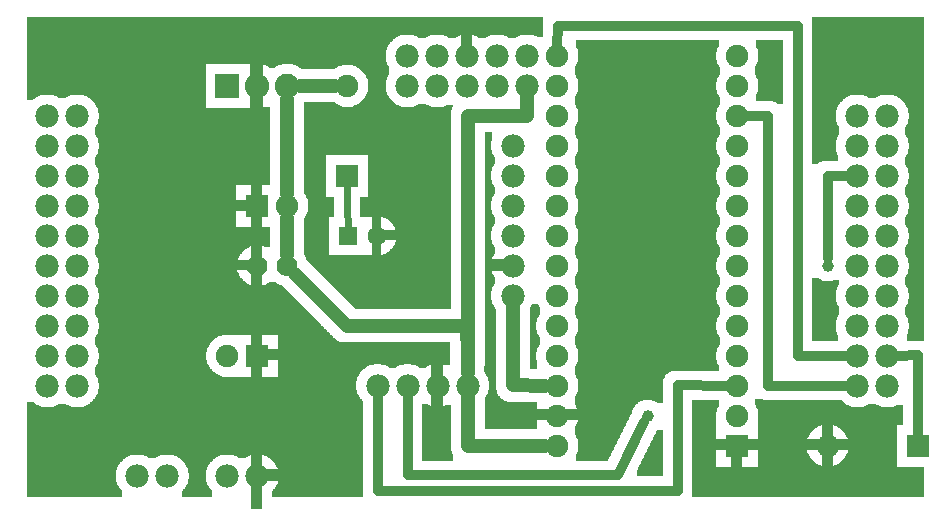
<source format=gbl>
G04 MADE WITH FRITZING*
G04 WWW.FRITZING.ORG*
G04 DOUBLE SIDED*
G04 HOLES PLATED*
G04 CONTOUR ON CENTER OF CONTOUR VECTOR*
%ASAXBY*%
%FSLAX23Y23*%
%MOIN*%
%OFA0B0*%
%SFA1.0B1.0*%
%ADD10C,0.075000*%
%ADD11C,0.078000*%
%ADD12C,0.082000*%
%ADD13C,0.070000*%
%ADD14C,0.039370*%
%ADD15C,0.062992*%
%ADD16R,0.075000X0.075000*%
%ADD17R,0.082000X0.082000*%
%ADD18R,0.062992X0.062992*%
%ADD19C,0.048000*%
%ADD20C,0.032000*%
%ADD21C,0.024000*%
%LNCOPPER0*%
G90*
G70*
G54D10*
X2733Y1561D03*
X1945Y1482D03*
X2827Y270D03*
X1176Y1510D03*
X1409Y276D03*
G54D11*
X110Y1311D03*
X110Y1211D03*
X110Y1111D03*
X110Y1011D03*
X110Y911D03*
X110Y811D03*
X110Y711D03*
X110Y611D03*
X110Y511D03*
X110Y411D03*
X110Y1311D03*
X110Y1211D03*
X110Y1111D03*
X110Y1011D03*
X110Y911D03*
X110Y811D03*
X110Y711D03*
X110Y611D03*
X110Y511D03*
X110Y411D03*
X210Y411D03*
X210Y511D03*
X210Y611D03*
X210Y711D03*
X210Y811D03*
X210Y911D03*
X210Y1011D03*
X210Y1111D03*
X210Y1211D03*
X210Y1311D03*
X1310Y1411D03*
X1410Y1411D03*
X1510Y1411D03*
X1610Y1411D03*
X1710Y1411D03*
X1310Y1411D03*
X1410Y1411D03*
X1510Y1411D03*
X1610Y1411D03*
X1710Y1411D03*
X1710Y1511D03*
X1610Y1511D03*
X1510Y1511D03*
X1410Y1511D03*
X1310Y1511D03*
X2910Y411D03*
X2910Y511D03*
X2910Y611D03*
X2910Y711D03*
X2910Y811D03*
X2910Y911D03*
X2910Y1011D03*
X2910Y1111D03*
X2910Y1211D03*
X2910Y1311D03*
X2910Y411D03*
X2910Y511D03*
X2910Y611D03*
X2910Y711D03*
X2910Y811D03*
X2910Y911D03*
X2910Y1011D03*
X2910Y1111D03*
X2910Y1211D03*
X2910Y1311D03*
X2810Y1311D03*
X2810Y1211D03*
X2810Y1111D03*
X2810Y1011D03*
X2810Y911D03*
X2810Y811D03*
X2810Y711D03*
X2810Y611D03*
X2810Y511D03*
X2810Y411D03*
G54D10*
X2410Y211D03*
X1810Y211D03*
X2410Y311D03*
X1810Y311D03*
X2410Y411D03*
X1810Y411D03*
X2410Y511D03*
X1810Y511D03*
X2410Y611D03*
X1810Y611D03*
X2410Y711D03*
X1810Y711D03*
X2410Y811D03*
X1810Y811D03*
X2410Y911D03*
X1810Y911D03*
X2410Y1011D03*
X1810Y1011D03*
X2410Y1111D03*
X1810Y1111D03*
X2410Y1211D03*
X1810Y1211D03*
X2410Y1311D03*
X1810Y1311D03*
X2410Y1411D03*
X1810Y1411D03*
X2410Y1511D03*
X1810Y1511D03*
G54D11*
X1511Y412D03*
X1411Y412D03*
X1311Y412D03*
X1211Y412D03*
G54D12*
X710Y1411D03*
X810Y1411D03*
X910Y1411D03*
G54D11*
X810Y111D03*
X710Y111D03*
G54D10*
X810Y511D03*
X710Y511D03*
X810Y1011D03*
X910Y1011D03*
G54D13*
X810Y811D03*
X910Y811D03*
G54D11*
X410Y111D03*
X510Y111D03*
G54D10*
X1110Y1111D03*
X1110Y1411D03*
X3011Y212D03*
X2711Y212D03*
G54D14*
X2111Y312D03*
G54D11*
X1661Y1212D03*
X1661Y1112D03*
X1661Y1012D03*
X1661Y912D03*
X1661Y812D03*
X1661Y712D03*
G54D15*
X1112Y911D03*
X1210Y911D03*
G54D14*
X2711Y812D03*
G54D16*
X2410Y211D03*
G54D17*
X710Y1411D03*
G54D16*
X810Y511D03*
X810Y1011D03*
X1110Y1111D03*
X3011Y212D03*
G54D18*
X1112Y911D03*
G54D19*
X910Y848D02*
X910Y971D01*
D02*
X910Y1051D02*
X910Y1368D01*
D02*
X1511Y453D02*
X1511Y514D01*
D02*
X1110Y611D02*
X937Y785D01*
D02*
X1510Y611D02*
X1110Y611D01*
D02*
X1511Y514D02*
X1510Y611D01*
G54D20*
D02*
X2211Y62D02*
X1211Y62D01*
D02*
X2211Y414D02*
X2211Y62D01*
D02*
X2376Y411D02*
X2211Y414D01*
D02*
X1211Y62D02*
X1211Y376D01*
D02*
X1311Y376D02*
X1311Y114D01*
D02*
X1311Y114D02*
X2011Y114D01*
D02*
X2011Y114D02*
X2100Y290D01*
G54D19*
D02*
X1511Y453D02*
X1511Y514D01*
D02*
X1512Y1311D02*
X1710Y1311D01*
D02*
X1511Y514D02*
X1512Y1311D01*
D02*
X1710Y1311D02*
X1710Y1370D01*
D02*
X1511Y371D02*
X1512Y212D01*
D02*
X1512Y212D02*
X1770Y211D01*
D02*
X1661Y671D02*
X1662Y414D01*
D02*
X1662Y414D02*
X1770Y412D01*
D02*
X1070Y1411D02*
X953Y1411D01*
G54D21*
D02*
X1110Y1082D02*
X1110Y1011D01*
D02*
X1110Y1011D02*
X1111Y938D01*
G54D20*
D02*
X2611Y1612D02*
X1811Y1612D01*
D02*
X1811Y1612D02*
X1810Y1545D01*
D02*
X2611Y512D02*
X2611Y1612D01*
D02*
X2774Y511D02*
X2611Y512D01*
D02*
X2511Y412D02*
X2511Y1312D01*
D02*
X2511Y1312D02*
X2444Y1311D01*
D02*
X2774Y411D02*
X2511Y412D01*
D02*
X3011Y246D02*
X3012Y514D01*
D02*
X3012Y514D02*
X2946Y512D01*
D02*
X2711Y1112D02*
X2774Y1111D01*
D02*
X2711Y837D02*
X2711Y1112D01*
G36*
X2658Y1642D02*
X2658Y1382D01*
X2928Y1382D01*
X2928Y1380D01*
X2934Y1380D01*
X2934Y1378D01*
X2938Y1378D01*
X2938Y1376D01*
X2942Y1376D01*
X2942Y1374D01*
X2946Y1374D01*
X2946Y1372D01*
X2950Y1372D01*
X2950Y1370D01*
X2952Y1370D01*
X2952Y1368D01*
X2954Y1368D01*
X2954Y1366D01*
X2956Y1366D01*
X2956Y1364D01*
X2960Y1364D01*
X2960Y1362D01*
X2962Y1362D01*
X2962Y1360D01*
X2964Y1360D01*
X2964Y1356D01*
X2966Y1356D01*
X2966Y1354D01*
X2968Y1354D01*
X2968Y1352D01*
X2970Y1352D01*
X2970Y1348D01*
X2972Y1348D01*
X2972Y1346D01*
X2974Y1346D01*
X2974Y1342D01*
X2976Y1342D01*
X2976Y1338D01*
X2978Y1338D01*
X2978Y1332D01*
X2980Y1332D01*
X2980Y1320D01*
X2982Y1320D01*
X2982Y1302D01*
X2980Y1302D01*
X2980Y1290D01*
X2978Y1290D01*
X2978Y1284D01*
X2976Y1284D01*
X2976Y1280D01*
X2974Y1280D01*
X2974Y1276D01*
X2972Y1276D01*
X2972Y1274D01*
X2970Y1274D01*
X2970Y1248D01*
X2972Y1248D01*
X2972Y1246D01*
X2974Y1246D01*
X2974Y1242D01*
X2976Y1242D01*
X2976Y1238D01*
X2978Y1238D01*
X2978Y1232D01*
X2980Y1232D01*
X2980Y1220D01*
X2982Y1220D01*
X2982Y1202D01*
X2980Y1202D01*
X2980Y1190D01*
X2978Y1190D01*
X2978Y1184D01*
X2976Y1184D01*
X2976Y1180D01*
X2974Y1180D01*
X2974Y1176D01*
X2972Y1176D01*
X2972Y1174D01*
X2970Y1174D01*
X2970Y1148D01*
X2972Y1148D01*
X2972Y1146D01*
X2974Y1146D01*
X2974Y1142D01*
X2976Y1142D01*
X2976Y1138D01*
X2978Y1138D01*
X2978Y1132D01*
X2980Y1132D01*
X2980Y1120D01*
X2982Y1120D01*
X2982Y1102D01*
X2980Y1102D01*
X2980Y1090D01*
X2978Y1090D01*
X2978Y1084D01*
X2976Y1084D01*
X2976Y1080D01*
X2974Y1080D01*
X2974Y1076D01*
X2972Y1076D01*
X2972Y1074D01*
X2970Y1074D01*
X2970Y1048D01*
X2972Y1048D01*
X2972Y1046D01*
X2974Y1046D01*
X2974Y1042D01*
X2976Y1042D01*
X2976Y1038D01*
X2978Y1038D01*
X2978Y1032D01*
X2980Y1032D01*
X2980Y1020D01*
X2982Y1020D01*
X2982Y1002D01*
X2980Y1002D01*
X2980Y990D01*
X2978Y990D01*
X2978Y984D01*
X2976Y984D01*
X2976Y980D01*
X2974Y980D01*
X2974Y976D01*
X2972Y976D01*
X2972Y974D01*
X2970Y974D01*
X2970Y948D01*
X2972Y948D01*
X2972Y946D01*
X2974Y946D01*
X2974Y942D01*
X2976Y942D01*
X2976Y938D01*
X2978Y938D01*
X2978Y932D01*
X2980Y932D01*
X2980Y920D01*
X2982Y920D01*
X2982Y902D01*
X2980Y902D01*
X2980Y890D01*
X2978Y890D01*
X2978Y884D01*
X2976Y884D01*
X2976Y880D01*
X2974Y880D01*
X2974Y876D01*
X2972Y876D01*
X2972Y874D01*
X2970Y874D01*
X2970Y848D01*
X2972Y848D01*
X2972Y846D01*
X2974Y846D01*
X2974Y842D01*
X2976Y842D01*
X2976Y838D01*
X2978Y838D01*
X2978Y832D01*
X2980Y832D01*
X2980Y820D01*
X2982Y820D01*
X2982Y802D01*
X2980Y802D01*
X2980Y790D01*
X2978Y790D01*
X2978Y784D01*
X2976Y784D01*
X2976Y780D01*
X2974Y780D01*
X2974Y776D01*
X2972Y776D01*
X2972Y774D01*
X2970Y774D01*
X2970Y748D01*
X2972Y748D01*
X2972Y746D01*
X2974Y746D01*
X2974Y742D01*
X2976Y742D01*
X2976Y738D01*
X2978Y738D01*
X2978Y732D01*
X2980Y732D01*
X2980Y720D01*
X2982Y720D01*
X2982Y702D01*
X2980Y702D01*
X2980Y690D01*
X2978Y690D01*
X2978Y684D01*
X2976Y684D01*
X2976Y680D01*
X2974Y680D01*
X2974Y676D01*
X2972Y676D01*
X2972Y674D01*
X2970Y674D01*
X2970Y648D01*
X2972Y648D01*
X2972Y646D01*
X2974Y646D01*
X2974Y642D01*
X2976Y642D01*
X2976Y638D01*
X2978Y638D01*
X2978Y632D01*
X2980Y632D01*
X2980Y620D01*
X2982Y620D01*
X2982Y602D01*
X2980Y602D01*
X2980Y590D01*
X2978Y590D01*
X2978Y584D01*
X2976Y584D01*
X2976Y562D01*
X3034Y562D01*
X3034Y1642D01*
X2658Y1642D01*
G37*
D02*
G36*
X2658Y1382D02*
X2658Y1150D01*
X2678Y1150D01*
X2678Y1152D01*
X2680Y1152D01*
X2680Y1154D01*
X2684Y1154D01*
X2684Y1156D01*
X2688Y1156D01*
X2688Y1158D01*
X2694Y1158D01*
X2694Y1160D01*
X2746Y1160D01*
X2746Y1180D01*
X2744Y1180D01*
X2744Y1186D01*
X2742Y1186D01*
X2742Y1192D01*
X2740Y1192D01*
X2740Y1232D01*
X2742Y1232D01*
X2742Y1238D01*
X2744Y1238D01*
X2744Y1242D01*
X2746Y1242D01*
X2746Y1246D01*
X2748Y1246D01*
X2748Y1248D01*
X2750Y1248D01*
X2750Y1274D01*
X2748Y1274D01*
X2748Y1278D01*
X2746Y1278D01*
X2746Y1280D01*
X2744Y1280D01*
X2744Y1286D01*
X2742Y1286D01*
X2742Y1292D01*
X2740Y1292D01*
X2740Y1332D01*
X2742Y1332D01*
X2742Y1338D01*
X2744Y1338D01*
X2744Y1342D01*
X2746Y1342D01*
X2746Y1346D01*
X2748Y1346D01*
X2748Y1348D01*
X2750Y1348D01*
X2750Y1352D01*
X2752Y1352D01*
X2752Y1354D01*
X2754Y1354D01*
X2754Y1356D01*
X2756Y1356D01*
X2756Y1358D01*
X2758Y1358D01*
X2758Y1360D01*
X2760Y1360D01*
X2760Y1362D01*
X2762Y1362D01*
X2762Y1364D01*
X2764Y1364D01*
X2764Y1366D01*
X2766Y1366D01*
X2766Y1368D01*
X2768Y1368D01*
X2768Y1370D01*
X2770Y1370D01*
X2770Y1372D01*
X2774Y1372D01*
X2774Y1374D01*
X2778Y1374D01*
X2778Y1376D01*
X2782Y1376D01*
X2782Y1378D01*
X2786Y1378D01*
X2786Y1380D01*
X2792Y1380D01*
X2792Y1382D01*
X2658Y1382D01*
G37*
D02*
G36*
X2828Y1382D02*
X2828Y1380D01*
X2834Y1380D01*
X2834Y1378D01*
X2838Y1378D01*
X2838Y1376D01*
X2842Y1376D01*
X2842Y1374D01*
X2846Y1374D01*
X2846Y1372D01*
X2850Y1372D01*
X2850Y1370D01*
X2870Y1370D01*
X2870Y1372D01*
X2874Y1372D01*
X2874Y1374D01*
X2878Y1374D01*
X2878Y1376D01*
X2882Y1376D01*
X2882Y1378D01*
X2886Y1378D01*
X2886Y1380D01*
X2892Y1380D01*
X2892Y1382D01*
X2828Y1382D01*
G37*
D02*
G36*
X1872Y1564D02*
X1872Y1542D01*
X1874Y1542D01*
X1874Y1538D01*
X1876Y1538D01*
X1876Y1534D01*
X1878Y1534D01*
X1878Y1526D01*
X1880Y1526D01*
X1880Y1498D01*
X1878Y1498D01*
X1878Y1490D01*
X1876Y1490D01*
X1876Y1484D01*
X1874Y1484D01*
X1874Y1480D01*
X1872Y1480D01*
X1872Y1476D01*
X1870Y1476D01*
X1870Y1474D01*
X1868Y1474D01*
X1868Y1450D01*
X1870Y1450D01*
X1870Y1446D01*
X1872Y1446D01*
X1872Y1442D01*
X1874Y1442D01*
X1874Y1438D01*
X1876Y1438D01*
X1876Y1434D01*
X1878Y1434D01*
X1878Y1426D01*
X1880Y1426D01*
X1880Y1398D01*
X1878Y1398D01*
X1878Y1390D01*
X1876Y1390D01*
X1876Y1384D01*
X1874Y1384D01*
X1874Y1380D01*
X1872Y1380D01*
X1872Y1376D01*
X1870Y1376D01*
X1870Y1374D01*
X1868Y1374D01*
X1868Y1350D01*
X1870Y1350D01*
X1870Y1346D01*
X1872Y1346D01*
X1872Y1342D01*
X1874Y1342D01*
X1874Y1338D01*
X1876Y1338D01*
X1876Y1334D01*
X1878Y1334D01*
X1878Y1326D01*
X1880Y1326D01*
X1880Y1298D01*
X1878Y1298D01*
X1878Y1290D01*
X1876Y1290D01*
X1876Y1284D01*
X1874Y1284D01*
X1874Y1280D01*
X1872Y1280D01*
X1872Y1276D01*
X1870Y1276D01*
X1870Y1274D01*
X1868Y1274D01*
X1868Y1250D01*
X1870Y1250D01*
X1870Y1246D01*
X1872Y1246D01*
X1872Y1242D01*
X1874Y1242D01*
X1874Y1238D01*
X1876Y1238D01*
X1876Y1234D01*
X1878Y1234D01*
X1878Y1226D01*
X1880Y1226D01*
X1880Y1198D01*
X1878Y1198D01*
X1878Y1190D01*
X1876Y1190D01*
X1876Y1184D01*
X1874Y1184D01*
X1874Y1180D01*
X1872Y1180D01*
X1872Y1176D01*
X1870Y1176D01*
X1870Y1174D01*
X1868Y1174D01*
X1868Y1150D01*
X1870Y1150D01*
X1870Y1146D01*
X1872Y1146D01*
X1872Y1142D01*
X1874Y1142D01*
X1874Y1138D01*
X1876Y1138D01*
X1876Y1134D01*
X1878Y1134D01*
X1878Y1126D01*
X1880Y1126D01*
X1880Y1098D01*
X1878Y1098D01*
X1878Y1090D01*
X1876Y1090D01*
X1876Y1084D01*
X1874Y1084D01*
X1874Y1080D01*
X1872Y1080D01*
X1872Y1076D01*
X1870Y1076D01*
X1870Y1074D01*
X1868Y1074D01*
X1868Y1050D01*
X1870Y1050D01*
X1870Y1046D01*
X1872Y1046D01*
X1872Y1042D01*
X1874Y1042D01*
X1874Y1038D01*
X1876Y1038D01*
X1876Y1034D01*
X1878Y1034D01*
X1878Y1026D01*
X1880Y1026D01*
X1880Y998D01*
X1878Y998D01*
X1878Y990D01*
X1876Y990D01*
X1876Y984D01*
X1874Y984D01*
X1874Y980D01*
X1872Y980D01*
X1872Y976D01*
X1870Y976D01*
X1870Y974D01*
X1868Y974D01*
X1868Y950D01*
X1870Y950D01*
X1870Y946D01*
X1872Y946D01*
X1872Y942D01*
X1874Y942D01*
X1874Y938D01*
X1876Y938D01*
X1876Y934D01*
X1878Y934D01*
X1878Y926D01*
X1880Y926D01*
X1880Y898D01*
X1878Y898D01*
X1878Y890D01*
X1876Y890D01*
X1876Y884D01*
X1874Y884D01*
X1874Y880D01*
X1872Y880D01*
X1872Y876D01*
X1870Y876D01*
X1870Y874D01*
X1868Y874D01*
X1868Y850D01*
X1870Y850D01*
X1870Y846D01*
X1872Y846D01*
X1872Y842D01*
X1874Y842D01*
X1874Y838D01*
X1876Y838D01*
X1876Y834D01*
X1878Y834D01*
X1878Y826D01*
X1880Y826D01*
X1880Y798D01*
X1878Y798D01*
X1878Y790D01*
X1876Y790D01*
X1876Y784D01*
X1874Y784D01*
X1874Y780D01*
X1872Y780D01*
X1872Y776D01*
X1870Y776D01*
X1870Y774D01*
X1868Y774D01*
X1868Y750D01*
X1870Y750D01*
X1870Y746D01*
X1872Y746D01*
X1872Y742D01*
X1874Y742D01*
X1874Y738D01*
X1876Y738D01*
X1876Y734D01*
X1878Y734D01*
X1878Y726D01*
X1880Y726D01*
X1880Y698D01*
X1878Y698D01*
X1878Y690D01*
X1876Y690D01*
X1876Y684D01*
X1874Y684D01*
X1874Y680D01*
X1872Y680D01*
X1872Y676D01*
X1870Y676D01*
X1870Y674D01*
X1868Y674D01*
X1868Y650D01*
X1870Y650D01*
X1870Y646D01*
X1872Y646D01*
X1872Y642D01*
X1874Y642D01*
X1874Y638D01*
X1876Y638D01*
X1876Y634D01*
X1878Y634D01*
X1878Y626D01*
X1880Y626D01*
X1880Y598D01*
X1878Y598D01*
X1878Y590D01*
X1876Y590D01*
X1876Y584D01*
X1874Y584D01*
X1874Y580D01*
X1872Y580D01*
X1872Y576D01*
X1870Y576D01*
X1870Y574D01*
X1868Y574D01*
X1868Y550D01*
X1870Y550D01*
X1870Y546D01*
X1872Y546D01*
X1872Y542D01*
X1874Y542D01*
X1874Y538D01*
X1876Y538D01*
X1876Y534D01*
X1878Y534D01*
X1878Y526D01*
X1880Y526D01*
X1880Y498D01*
X1878Y498D01*
X1878Y490D01*
X1876Y490D01*
X1876Y484D01*
X1874Y484D01*
X1874Y480D01*
X1872Y480D01*
X1872Y476D01*
X1870Y476D01*
X1870Y474D01*
X1868Y474D01*
X1868Y462D01*
X2276Y462D01*
X2276Y460D01*
X2348Y460D01*
X2348Y480D01*
X2346Y480D01*
X2346Y484D01*
X2344Y484D01*
X2344Y490D01*
X2342Y490D01*
X2342Y498D01*
X2340Y498D01*
X2340Y524D01*
X2342Y524D01*
X2342Y532D01*
X2344Y532D01*
X2344Y538D01*
X2346Y538D01*
X2346Y542D01*
X2348Y542D01*
X2348Y546D01*
X2350Y546D01*
X2350Y548D01*
X2352Y548D01*
X2352Y574D01*
X2350Y574D01*
X2350Y576D01*
X2348Y576D01*
X2348Y580D01*
X2346Y580D01*
X2346Y584D01*
X2344Y584D01*
X2344Y590D01*
X2342Y590D01*
X2342Y598D01*
X2340Y598D01*
X2340Y624D01*
X2342Y624D01*
X2342Y632D01*
X2344Y632D01*
X2344Y638D01*
X2346Y638D01*
X2346Y642D01*
X2348Y642D01*
X2348Y646D01*
X2350Y646D01*
X2350Y648D01*
X2352Y648D01*
X2352Y674D01*
X2350Y674D01*
X2350Y676D01*
X2348Y676D01*
X2348Y680D01*
X2346Y680D01*
X2346Y684D01*
X2344Y684D01*
X2344Y690D01*
X2342Y690D01*
X2342Y698D01*
X2340Y698D01*
X2340Y724D01*
X2342Y724D01*
X2342Y732D01*
X2344Y732D01*
X2344Y738D01*
X2346Y738D01*
X2346Y742D01*
X2348Y742D01*
X2348Y746D01*
X2350Y746D01*
X2350Y748D01*
X2352Y748D01*
X2352Y774D01*
X2350Y774D01*
X2350Y776D01*
X2348Y776D01*
X2348Y780D01*
X2346Y780D01*
X2346Y784D01*
X2344Y784D01*
X2344Y790D01*
X2342Y790D01*
X2342Y798D01*
X2340Y798D01*
X2340Y824D01*
X2342Y824D01*
X2342Y832D01*
X2344Y832D01*
X2344Y838D01*
X2346Y838D01*
X2346Y842D01*
X2348Y842D01*
X2348Y846D01*
X2350Y846D01*
X2350Y848D01*
X2352Y848D01*
X2352Y874D01*
X2350Y874D01*
X2350Y876D01*
X2348Y876D01*
X2348Y880D01*
X2346Y880D01*
X2346Y884D01*
X2344Y884D01*
X2344Y890D01*
X2342Y890D01*
X2342Y898D01*
X2340Y898D01*
X2340Y924D01*
X2342Y924D01*
X2342Y932D01*
X2344Y932D01*
X2344Y938D01*
X2346Y938D01*
X2346Y942D01*
X2348Y942D01*
X2348Y946D01*
X2350Y946D01*
X2350Y948D01*
X2352Y948D01*
X2352Y974D01*
X2350Y974D01*
X2350Y976D01*
X2348Y976D01*
X2348Y980D01*
X2346Y980D01*
X2346Y984D01*
X2344Y984D01*
X2344Y990D01*
X2342Y990D01*
X2342Y998D01*
X2340Y998D01*
X2340Y1024D01*
X2342Y1024D01*
X2342Y1032D01*
X2344Y1032D01*
X2344Y1038D01*
X2346Y1038D01*
X2346Y1042D01*
X2348Y1042D01*
X2348Y1046D01*
X2350Y1046D01*
X2350Y1048D01*
X2352Y1048D01*
X2352Y1074D01*
X2350Y1074D01*
X2350Y1076D01*
X2348Y1076D01*
X2348Y1080D01*
X2346Y1080D01*
X2346Y1084D01*
X2344Y1084D01*
X2344Y1090D01*
X2342Y1090D01*
X2342Y1098D01*
X2340Y1098D01*
X2340Y1124D01*
X2342Y1124D01*
X2342Y1132D01*
X2344Y1132D01*
X2344Y1138D01*
X2346Y1138D01*
X2346Y1142D01*
X2348Y1142D01*
X2348Y1146D01*
X2350Y1146D01*
X2350Y1148D01*
X2352Y1148D01*
X2352Y1174D01*
X2350Y1174D01*
X2350Y1176D01*
X2348Y1176D01*
X2348Y1180D01*
X2346Y1180D01*
X2346Y1184D01*
X2344Y1184D01*
X2344Y1190D01*
X2342Y1190D01*
X2342Y1198D01*
X2340Y1198D01*
X2340Y1224D01*
X2342Y1224D01*
X2342Y1232D01*
X2344Y1232D01*
X2344Y1238D01*
X2346Y1238D01*
X2346Y1242D01*
X2348Y1242D01*
X2348Y1246D01*
X2350Y1246D01*
X2350Y1248D01*
X2352Y1248D01*
X2352Y1274D01*
X2350Y1274D01*
X2350Y1276D01*
X2348Y1276D01*
X2348Y1280D01*
X2346Y1280D01*
X2346Y1284D01*
X2344Y1284D01*
X2344Y1290D01*
X2342Y1290D01*
X2342Y1298D01*
X2340Y1298D01*
X2340Y1324D01*
X2342Y1324D01*
X2342Y1332D01*
X2344Y1332D01*
X2344Y1338D01*
X2346Y1338D01*
X2346Y1342D01*
X2348Y1342D01*
X2348Y1346D01*
X2350Y1346D01*
X2350Y1348D01*
X2352Y1348D01*
X2352Y1374D01*
X2350Y1374D01*
X2350Y1376D01*
X2348Y1376D01*
X2348Y1380D01*
X2346Y1380D01*
X2346Y1384D01*
X2344Y1384D01*
X2344Y1390D01*
X2342Y1390D01*
X2342Y1398D01*
X2340Y1398D01*
X2340Y1424D01*
X2342Y1424D01*
X2342Y1432D01*
X2344Y1432D01*
X2344Y1438D01*
X2346Y1438D01*
X2346Y1442D01*
X2348Y1442D01*
X2348Y1446D01*
X2350Y1446D01*
X2350Y1448D01*
X2352Y1448D01*
X2352Y1474D01*
X2350Y1474D01*
X2350Y1476D01*
X2348Y1476D01*
X2348Y1480D01*
X2346Y1480D01*
X2346Y1484D01*
X2344Y1484D01*
X2344Y1490D01*
X2342Y1490D01*
X2342Y1498D01*
X2340Y1498D01*
X2340Y1524D01*
X2342Y1524D01*
X2342Y1532D01*
X2344Y1532D01*
X2344Y1538D01*
X2346Y1538D01*
X2346Y1542D01*
X2348Y1542D01*
X2348Y1564D01*
X1872Y1564D01*
G37*
D02*
G36*
X1868Y462D02*
X1868Y450D01*
X1870Y450D01*
X1870Y446D01*
X1872Y446D01*
X1872Y442D01*
X1874Y442D01*
X1874Y438D01*
X1876Y438D01*
X1876Y434D01*
X1878Y434D01*
X1878Y426D01*
X1880Y426D01*
X1880Y398D01*
X1878Y398D01*
X1878Y390D01*
X1876Y390D01*
X1876Y384D01*
X1874Y384D01*
X1874Y380D01*
X1872Y380D01*
X1872Y376D01*
X1870Y376D01*
X1870Y374D01*
X1868Y374D01*
X1868Y364D01*
X2126Y364D01*
X2126Y362D01*
X2132Y362D01*
X2132Y360D01*
X2136Y360D01*
X2136Y358D01*
X2138Y358D01*
X2138Y356D01*
X2142Y356D01*
X2142Y354D01*
X2162Y354D01*
X2162Y424D01*
X2164Y424D01*
X2164Y434D01*
X2166Y434D01*
X2166Y438D01*
X2168Y438D01*
X2168Y442D01*
X2170Y442D01*
X2170Y446D01*
X2172Y446D01*
X2172Y448D01*
X2174Y448D01*
X2174Y450D01*
X2176Y450D01*
X2176Y452D01*
X2178Y452D01*
X2178Y454D01*
X2182Y454D01*
X2182Y456D01*
X2184Y456D01*
X2184Y458D01*
X2190Y458D01*
X2190Y460D01*
X2196Y460D01*
X2196Y462D01*
X1868Y462D01*
G37*
D02*
G36*
X1868Y364D02*
X1868Y350D01*
X1870Y350D01*
X1870Y346D01*
X1872Y346D01*
X1872Y342D01*
X1874Y342D01*
X1874Y338D01*
X1876Y338D01*
X1876Y334D01*
X1878Y334D01*
X1878Y326D01*
X1880Y326D01*
X1880Y298D01*
X1878Y298D01*
X1878Y290D01*
X1876Y290D01*
X1876Y284D01*
X1874Y284D01*
X1874Y280D01*
X1872Y280D01*
X1872Y276D01*
X1870Y276D01*
X1870Y274D01*
X1868Y274D01*
X1868Y250D01*
X1870Y250D01*
X1870Y246D01*
X1872Y246D01*
X1872Y242D01*
X1874Y242D01*
X1874Y238D01*
X1876Y238D01*
X1876Y234D01*
X1878Y234D01*
X1878Y226D01*
X1880Y226D01*
X1880Y198D01*
X1878Y198D01*
X1878Y190D01*
X1876Y190D01*
X1876Y184D01*
X1874Y184D01*
X1874Y162D01*
X1980Y162D01*
X1980Y166D01*
X1982Y166D01*
X1982Y170D01*
X1984Y170D01*
X1984Y174D01*
X1986Y174D01*
X1986Y178D01*
X1988Y178D01*
X1988Y182D01*
X1990Y182D01*
X1990Y186D01*
X1992Y186D01*
X1992Y190D01*
X1994Y190D01*
X1994Y194D01*
X1996Y194D01*
X1996Y198D01*
X1998Y198D01*
X1998Y202D01*
X2000Y202D01*
X2000Y206D01*
X2002Y206D01*
X2002Y210D01*
X2004Y210D01*
X2004Y214D01*
X2006Y214D01*
X2006Y218D01*
X2008Y218D01*
X2008Y222D01*
X2010Y222D01*
X2010Y226D01*
X2012Y226D01*
X2012Y230D01*
X2014Y230D01*
X2014Y234D01*
X2016Y234D01*
X2016Y238D01*
X2018Y238D01*
X2018Y242D01*
X2020Y242D01*
X2020Y246D01*
X2022Y246D01*
X2022Y250D01*
X2024Y250D01*
X2024Y254D01*
X2026Y254D01*
X2026Y258D01*
X2028Y258D01*
X2028Y262D01*
X2030Y262D01*
X2030Y266D01*
X2032Y266D01*
X2032Y270D01*
X2034Y270D01*
X2034Y274D01*
X2036Y274D01*
X2036Y278D01*
X2038Y278D01*
X2038Y282D01*
X2040Y282D01*
X2040Y286D01*
X2042Y286D01*
X2042Y290D01*
X2044Y290D01*
X2044Y294D01*
X2046Y294D01*
X2046Y298D01*
X2048Y298D01*
X2048Y302D01*
X2050Y302D01*
X2050Y306D01*
X2052Y306D01*
X2052Y310D01*
X2054Y310D01*
X2054Y314D01*
X2056Y314D01*
X2056Y318D01*
X2058Y318D01*
X2058Y320D01*
X2060Y320D01*
X2060Y330D01*
X2062Y330D01*
X2062Y334D01*
X2064Y334D01*
X2064Y338D01*
X2066Y338D01*
X2066Y342D01*
X2068Y342D01*
X2068Y344D01*
X2070Y344D01*
X2070Y346D01*
X2072Y346D01*
X2072Y348D01*
X2074Y348D01*
X2074Y350D01*
X2076Y350D01*
X2076Y352D01*
X2078Y352D01*
X2078Y354D01*
X2080Y354D01*
X2080Y356D01*
X2084Y356D01*
X2084Y358D01*
X2086Y358D01*
X2086Y360D01*
X2090Y360D01*
X2090Y362D01*
X2096Y362D01*
X2096Y364D01*
X1868Y364D01*
G37*
D02*
G36*
X2472Y1564D02*
X2472Y1542D01*
X2474Y1542D01*
X2474Y1538D01*
X2476Y1538D01*
X2476Y1534D01*
X2478Y1534D01*
X2478Y1526D01*
X2480Y1526D01*
X2480Y1498D01*
X2478Y1498D01*
X2478Y1490D01*
X2476Y1490D01*
X2476Y1484D01*
X2474Y1484D01*
X2474Y1480D01*
X2472Y1480D01*
X2472Y1476D01*
X2470Y1476D01*
X2470Y1474D01*
X2468Y1474D01*
X2468Y1450D01*
X2470Y1450D01*
X2470Y1446D01*
X2472Y1446D01*
X2472Y1442D01*
X2474Y1442D01*
X2474Y1438D01*
X2476Y1438D01*
X2476Y1434D01*
X2478Y1434D01*
X2478Y1426D01*
X2480Y1426D01*
X2480Y1398D01*
X2478Y1398D01*
X2478Y1390D01*
X2476Y1390D01*
X2476Y1384D01*
X2474Y1384D01*
X2474Y1380D01*
X2472Y1380D01*
X2472Y1360D01*
X2528Y1360D01*
X2528Y1358D01*
X2534Y1358D01*
X2534Y1356D01*
X2538Y1356D01*
X2538Y1354D01*
X2542Y1354D01*
X2542Y1352D01*
X2562Y1352D01*
X2562Y1564D01*
X2472Y1564D01*
G37*
D02*
G36*
X1568Y1256D02*
X1568Y476D01*
X1566Y476D01*
X1566Y456D01*
X1568Y456D01*
X1568Y454D01*
X1570Y454D01*
X1570Y452D01*
X1572Y452D01*
X1572Y448D01*
X1574Y448D01*
X1574Y444D01*
X1576Y444D01*
X1576Y440D01*
X1578Y440D01*
X1578Y436D01*
X1580Y436D01*
X1580Y428D01*
X1582Y428D01*
X1582Y396D01*
X1580Y396D01*
X1580Y390D01*
X1578Y390D01*
X1578Y384D01*
X1576Y384D01*
X1576Y380D01*
X1574Y380D01*
X1574Y376D01*
X1572Y376D01*
X1572Y374D01*
X1570Y374D01*
X1570Y370D01*
X1568Y370D01*
X1568Y268D01*
X1744Y268D01*
X1744Y290D01*
X1742Y290D01*
X1742Y298D01*
X1740Y298D01*
X1740Y324D01*
X1742Y324D01*
X1742Y332D01*
X1744Y332D01*
X1744Y356D01*
X1698Y356D01*
X1698Y358D01*
X1644Y358D01*
X1644Y360D01*
X1638Y360D01*
X1638Y362D01*
X1632Y362D01*
X1632Y364D01*
X1630Y364D01*
X1630Y366D01*
X1626Y366D01*
X1626Y368D01*
X1624Y368D01*
X1624Y370D01*
X1622Y370D01*
X1622Y372D01*
X1620Y372D01*
X1620Y374D01*
X1618Y374D01*
X1618Y376D01*
X1616Y376D01*
X1616Y378D01*
X1614Y378D01*
X1614Y382D01*
X1612Y382D01*
X1612Y384D01*
X1610Y384D01*
X1610Y390D01*
X1608Y390D01*
X1608Y396D01*
X1606Y396D01*
X1606Y668D01*
X1604Y668D01*
X1604Y670D01*
X1602Y670D01*
X1602Y674D01*
X1600Y674D01*
X1600Y676D01*
X1598Y676D01*
X1598Y680D01*
X1596Y680D01*
X1596Y684D01*
X1594Y684D01*
X1594Y688D01*
X1592Y688D01*
X1592Y696D01*
X1590Y696D01*
X1590Y728D01*
X1592Y728D01*
X1592Y736D01*
X1594Y736D01*
X1594Y740D01*
X1596Y740D01*
X1596Y744D01*
X1598Y744D01*
X1598Y748D01*
X1600Y748D01*
X1600Y752D01*
X1602Y752D01*
X1602Y774D01*
X1600Y774D01*
X1600Y776D01*
X1598Y776D01*
X1598Y780D01*
X1596Y780D01*
X1596Y784D01*
X1594Y784D01*
X1594Y788D01*
X1592Y788D01*
X1592Y796D01*
X1590Y796D01*
X1590Y828D01*
X1592Y828D01*
X1592Y836D01*
X1594Y836D01*
X1594Y840D01*
X1596Y840D01*
X1596Y844D01*
X1598Y844D01*
X1598Y848D01*
X1600Y848D01*
X1600Y852D01*
X1602Y852D01*
X1602Y874D01*
X1600Y874D01*
X1600Y876D01*
X1598Y876D01*
X1598Y880D01*
X1596Y880D01*
X1596Y884D01*
X1594Y884D01*
X1594Y888D01*
X1592Y888D01*
X1592Y896D01*
X1590Y896D01*
X1590Y928D01*
X1592Y928D01*
X1592Y936D01*
X1594Y936D01*
X1594Y940D01*
X1596Y940D01*
X1596Y944D01*
X1598Y944D01*
X1598Y948D01*
X1600Y948D01*
X1600Y952D01*
X1602Y952D01*
X1602Y974D01*
X1600Y974D01*
X1600Y976D01*
X1598Y976D01*
X1598Y980D01*
X1596Y980D01*
X1596Y984D01*
X1594Y984D01*
X1594Y988D01*
X1592Y988D01*
X1592Y996D01*
X1590Y996D01*
X1590Y1028D01*
X1592Y1028D01*
X1592Y1036D01*
X1594Y1036D01*
X1594Y1040D01*
X1596Y1040D01*
X1596Y1044D01*
X1598Y1044D01*
X1598Y1048D01*
X1600Y1048D01*
X1600Y1052D01*
X1602Y1052D01*
X1602Y1074D01*
X1600Y1074D01*
X1600Y1076D01*
X1598Y1076D01*
X1598Y1080D01*
X1596Y1080D01*
X1596Y1084D01*
X1594Y1084D01*
X1594Y1088D01*
X1592Y1088D01*
X1592Y1096D01*
X1590Y1096D01*
X1590Y1128D01*
X1592Y1128D01*
X1592Y1136D01*
X1594Y1136D01*
X1594Y1140D01*
X1596Y1140D01*
X1596Y1144D01*
X1598Y1144D01*
X1598Y1148D01*
X1600Y1148D01*
X1600Y1152D01*
X1602Y1152D01*
X1602Y1174D01*
X1600Y1174D01*
X1600Y1176D01*
X1598Y1176D01*
X1598Y1180D01*
X1596Y1180D01*
X1596Y1184D01*
X1594Y1184D01*
X1594Y1188D01*
X1592Y1188D01*
X1592Y1196D01*
X1590Y1196D01*
X1590Y1228D01*
X1592Y1228D01*
X1592Y1236D01*
X1594Y1236D01*
X1594Y1256D01*
X1568Y1256D01*
G37*
D02*
G36*
X2658Y772D02*
X2658Y760D01*
X2700Y760D01*
X2700Y762D01*
X2692Y762D01*
X2692Y764D01*
X2688Y764D01*
X2688Y766D01*
X2684Y766D01*
X2684Y768D01*
X2682Y768D01*
X2682Y770D01*
X2678Y770D01*
X2678Y772D01*
X2658Y772D01*
G37*
D02*
G36*
X2730Y764D02*
X2730Y762D01*
X2722Y762D01*
X2722Y760D01*
X2750Y760D01*
X2750Y764D01*
X2730Y764D01*
G37*
D02*
G36*
X2658Y760D02*
X2658Y758D01*
X2750Y758D01*
X2750Y760D01*
X2658Y760D01*
G37*
D02*
G36*
X2658Y760D02*
X2658Y758D01*
X2750Y758D01*
X2750Y760D01*
X2658Y760D01*
G37*
D02*
G36*
X2658Y758D02*
X2658Y560D01*
X2746Y560D01*
X2746Y580D01*
X2744Y580D01*
X2744Y586D01*
X2742Y586D01*
X2742Y592D01*
X2740Y592D01*
X2740Y632D01*
X2742Y632D01*
X2742Y638D01*
X2744Y638D01*
X2744Y642D01*
X2746Y642D01*
X2746Y646D01*
X2748Y646D01*
X2748Y648D01*
X2750Y648D01*
X2750Y674D01*
X2748Y674D01*
X2748Y678D01*
X2746Y678D01*
X2746Y680D01*
X2744Y680D01*
X2744Y686D01*
X2742Y686D01*
X2742Y692D01*
X2740Y692D01*
X2740Y732D01*
X2742Y732D01*
X2742Y738D01*
X2744Y738D01*
X2744Y742D01*
X2746Y742D01*
X2746Y746D01*
X2748Y746D01*
X2748Y748D01*
X2750Y748D01*
X2750Y758D01*
X2658Y758D01*
G37*
D02*
G36*
X1726Y684D02*
X1726Y680D01*
X1724Y680D01*
X1724Y676D01*
X1722Y676D01*
X1722Y674D01*
X1720Y674D01*
X1720Y670D01*
X1718Y670D01*
X1718Y468D01*
X1744Y468D01*
X1744Y490D01*
X1742Y490D01*
X1742Y498D01*
X1740Y498D01*
X1740Y524D01*
X1742Y524D01*
X1742Y532D01*
X1744Y532D01*
X1744Y538D01*
X1746Y538D01*
X1746Y542D01*
X1748Y542D01*
X1748Y546D01*
X1750Y546D01*
X1750Y548D01*
X1752Y548D01*
X1752Y574D01*
X1750Y574D01*
X1750Y576D01*
X1748Y576D01*
X1748Y580D01*
X1746Y580D01*
X1746Y584D01*
X1744Y584D01*
X1744Y590D01*
X1742Y590D01*
X1742Y598D01*
X1740Y598D01*
X1740Y624D01*
X1742Y624D01*
X1742Y632D01*
X1744Y632D01*
X1744Y638D01*
X1746Y638D01*
X1746Y642D01*
X1748Y642D01*
X1748Y646D01*
X1750Y646D01*
X1750Y648D01*
X1752Y648D01*
X1752Y674D01*
X1750Y674D01*
X1750Y676D01*
X1748Y676D01*
X1748Y680D01*
X1746Y680D01*
X1746Y684D01*
X1726Y684D01*
G37*
D02*
G36*
X2468Y368D02*
X2468Y350D01*
X2470Y350D01*
X2470Y346D01*
X2472Y346D01*
X2472Y342D01*
X2474Y342D01*
X2474Y340D01*
X2794Y340D01*
X2794Y342D01*
X2788Y342D01*
X2788Y344D01*
X2782Y344D01*
X2782Y346D01*
X2778Y346D01*
X2778Y348D01*
X2774Y348D01*
X2774Y350D01*
X2772Y350D01*
X2772Y352D01*
X2768Y352D01*
X2768Y354D01*
X2766Y354D01*
X2766Y356D01*
X2764Y356D01*
X2764Y358D01*
X2762Y358D01*
X2762Y360D01*
X2760Y360D01*
X2760Y362D01*
X2758Y362D01*
X2758Y364D01*
X2496Y364D01*
X2496Y366D01*
X2490Y366D01*
X2490Y368D01*
X2468Y368D01*
G37*
D02*
G36*
X2258Y364D02*
X2258Y142D01*
X2340Y142D01*
X2340Y324D01*
X2342Y324D01*
X2342Y332D01*
X2344Y332D01*
X2344Y338D01*
X2346Y338D01*
X2346Y342D01*
X2348Y342D01*
X2348Y364D01*
X2258Y364D01*
G37*
D02*
G36*
X2848Y352D02*
X2848Y350D01*
X2846Y350D01*
X2846Y348D01*
X2842Y348D01*
X2842Y346D01*
X2838Y346D01*
X2838Y344D01*
X2832Y344D01*
X2832Y342D01*
X2826Y342D01*
X2826Y340D01*
X2894Y340D01*
X2894Y342D01*
X2888Y342D01*
X2888Y344D01*
X2882Y344D01*
X2882Y346D01*
X2878Y346D01*
X2878Y348D01*
X2874Y348D01*
X2874Y350D01*
X2872Y350D01*
X2872Y352D01*
X2848Y352D01*
G37*
D02*
G36*
X2942Y348D02*
X2942Y346D01*
X2938Y346D01*
X2938Y344D01*
X2932Y344D01*
X2932Y342D01*
X2926Y342D01*
X2926Y340D01*
X2964Y340D01*
X2964Y348D01*
X2942Y348D01*
G37*
D02*
G36*
X2474Y340D02*
X2474Y338D01*
X2964Y338D01*
X2964Y340D01*
X2474Y340D01*
G37*
D02*
G36*
X2474Y340D02*
X2474Y338D01*
X2964Y338D01*
X2964Y340D01*
X2474Y340D01*
G37*
D02*
G36*
X2474Y340D02*
X2474Y338D01*
X2964Y338D01*
X2964Y340D01*
X2474Y340D01*
G37*
D02*
G36*
X2476Y338D02*
X2476Y334D01*
X2478Y334D01*
X2478Y326D01*
X2480Y326D01*
X2480Y282D01*
X2726Y282D01*
X2726Y280D01*
X2734Y280D01*
X2734Y278D01*
X2738Y278D01*
X2738Y276D01*
X2742Y276D01*
X2742Y274D01*
X2746Y274D01*
X2746Y272D01*
X2750Y272D01*
X2750Y270D01*
X2752Y270D01*
X2752Y268D01*
X2754Y268D01*
X2754Y266D01*
X2756Y266D01*
X2756Y264D01*
X2758Y264D01*
X2758Y262D01*
X2760Y262D01*
X2760Y260D01*
X2762Y260D01*
X2762Y258D01*
X2764Y258D01*
X2764Y256D01*
X2766Y256D01*
X2766Y254D01*
X2768Y254D01*
X2768Y252D01*
X2770Y252D01*
X2770Y248D01*
X2772Y248D01*
X2772Y246D01*
X2774Y246D01*
X2774Y242D01*
X2776Y242D01*
X2776Y236D01*
X2778Y236D01*
X2778Y230D01*
X2780Y230D01*
X2780Y194D01*
X2778Y194D01*
X2778Y188D01*
X2776Y188D01*
X2776Y184D01*
X2774Y184D01*
X2774Y180D01*
X2772Y180D01*
X2772Y176D01*
X2770Y176D01*
X2770Y174D01*
X2768Y174D01*
X2768Y170D01*
X2766Y170D01*
X2766Y168D01*
X2764Y168D01*
X2764Y166D01*
X2762Y166D01*
X2762Y164D01*
X2760Y164D01*
X2760Y162D01*
X2758Y162D01*
X2758Y160D01*
X2756Y160D01*
X2756Y158D01*
X2754Y158D01*
X2754Y156D01*
X2752Y156D01*
X2752Y154D01*
X2748Y154D01*
X2748Y152D01*
X2746Y152D01*
X2746Y150D01*
X2742Y150D01*
X2742Y148D01*
X2738Y148D01*
X2738Y146D01*
X2732Y146D01*
X2732Y144D01*
X2722Y144D01*
X2722Y142D01*
X2942Y142D01*
X2942Y282D01*
X2964Y282D01*
X2964Y338D01*
X2476Y338D01*
G37*
D02*
G36*
X2480Y282D02*
X2480Y142D01*
X2700Y142D01*
X2700Y144D01*
X2690Y144D01*
X2690Y146D01*
X2684Y146D01*
X2684Y148D01*
X2680Y148D01*
X2680Y150D01*
X2676Y150D01*
X2676Y152D01*
X2674Y152D01*
X2674Y154D01*
X2670Y154D01*
X2670Y156D01*
X2668Y156D01*
X2668Y158D01*
X2666Y158D01*
X2666Y160D01*
X2664Y160D01*
X2664Y162D01*
X2662Y162D01*
X2662Y164D01*
X2660Y164D01*
X2660Y166D01*
X2658Y166D01*
X2658Y168D01*
X2656Y168D01*
X2656Y170D01*
X2654Y170D01*
X2654Y172D01*
X2652Y172D01*
X2652Y176D01*
X2650Y176D01*
X2650Y180D01*
X2648Y180D01*
X2648Y184D01*
X2646Y184D01*
X2646Y188D01*
X2644Y188D01*
X2644Y194D01*
X2642Y194D01*
X2642Y230D01*
X2644Y230D01*
X2644Y238D01*
X2646Y238D01*
X2646Y242D01*
X2648Y242D01*
X2648Y246D01*
X2650Y246D01*
X2650Y248D01*
X2652Y248D01*
X2652Y252D01*
X2654Y252D01*
X2654Y254D01*
X2656Y254D01*
X2656Y256D01*
X2658Y256D01*
X2658Y260D01*
X2660Y260D01*
X2660Y262D01*
X2662Y262D01*
X2662Y264D01*
X2666Y264D01*
X2666Y266D01*
X2668Y266D01*
X2668Y268D01*
X2670Y268D01*
X2670Y270D01*
X2672Y270D01*
X2672Y272D01*
X2676Y272D01*
X2676Y274D01*
X2680Y274D01*
X2680Y276D01*
X2684Y276D01*
X2684Y278D01*
X2688Y278D01*
X2688Y280D01*
X2696Y280D01*
X2696Y282D01*
X2480Y282D01*
G37*
D02*
G36*
X2258Y142D02*
X2258Y140D01*
X3034Y140D01*
X3034Y142D01*
X2258Y142D01*
G37*
D02*
G36*
X2258Y142D02*
X2258Y140D01*
X3034Y140D01*
X3034Y142D01*
X2258Y142D01*
G37*
D02*
G36*
X2258Y142D02*
X2258Y140D01*
X3034Y140D01*
X3034Y142D01*
X2258Y142D01*
G37*
D02*
G36*
X2258Y140D02*
X2258Y42D01*
X3034Y42D01*
X3034Y140D01*
X2258Y140D01*
G37*
D02*
G36*
X44Y1642D02*
X44Y1582D01*
X1728Y1582D01*
X1728Y1580D01*
X1734Y1580D01*
X1734Y1578D01*
X1738Y1578D01*
X1738Y1576D01*
X1742Y1576D01*
X1742Y1574D01*
X1762Y1574D01*
X1762Y1622D01*
X1764Y1622D01*
X1764Y1642D01*
X44Y1642D01*
G37*
D02*
G36*
X44Y1582D02*
X44Y1484D01*
X928Y1484D01*
X928Y1482D01*
X934Y1482D01*
X934Y1480D01*
X1130Y1480D01*
X1130Y1478D01*
X1136Y1478D01*
X1136Y1476D01*
X1140Y1476D01*
X1140Y1474D01*
X1144Y1474D01*
X1144Y1472D01*
X1146Y1472D01*
X1146Y1470D01*
X1150Y1470D01*
X1150Y1468D01*
X1152Y1468D01*
X1152Y1466D01*
X1154Y1466D01*
X1154Y1464D01*
X1156Y1464D01*
X1156Y1462D01*
X1160Y1462D01*
X1160Y1458D01*
X1162Y1458D01*
X1162Y1456D01*
X1164Y1456D01*
X1164Y1454D01*
X1166Y1454D01*
X1166Y1452D01*
X1168Y1452D01*
X1168Y1450D01*
X1170Y1450D01*
X1170Y1446D01*
X1172Y1446D01*
X1172Y1442D01*
X1174Y1442D01*
X1174Y1438D01*
X1176Y1438D01*
X1176Y1434D01*
X1178Y1434D01*
X1178Y1426D01*
X1180Y1426D01*
X1180Y1398D01*
X1178Y1398D01*
X1178Y1390D01*
X1176Y1390D01*
X1176Y1384D01*
X1174Y1384D01*
X1174Y1380D01*
X1172Y1380D01*
X1172Y1376D01*
X1170Y1376D01*
X1170Y1374D01*
X1168Y1374D01*
X1168Y1370D01*
X1166Y1370D01*
X1166Y1368D01*
X1164Y1368D01*
X1164Y1366D01*
X1162Y1366D01*
X1162Y1364D01*
X1160Y1364D01*
X1160Y1362D01*
X1158Y1362D01*
X1158Y1360D01*
X1156Y1360D01*
X1156Y1358D01*
X1154Y1358D01*
X1154Y1356D01*
X1152Y1356D01*
X1152Y1354D01*
X1148Y1354D01*
X1148Y1352D01*
X1146Y1352D01*
X1146Y1350D01*
X1142Y1350D01*
X1142Y1348D01*
X1138Y1348D01*
X1138Y1346D01*
X1134Y1346D01*
X1134Y1344D01*
X1128Y1344D01*
X1128Y1342D01*
X1288Y1342D01*
X1288Y1344D01*
X1282Y1344D01*
X1282Y1346D01*
X1278Y1346D01*
X1278Y1348D01*
X1274Y1348D01*
X1274Y1350D01*
X1272Y1350D01*
X1272Y1352D01*
X1268Y1352D01*
X1268Y1354D01*
X1266Y1354D01*
X1266Y1356D01*
X1264Y1356D01*
X1264Y1358D01*
X1262Y1358D01*
X1262Y1360D01*
X1260Y1360D01*
X1260Y1362D01*
X1258Y1362D01*
X1258Y1364D01*
X1256Y1364D01*
X1256Y1366D01*
X1254Y1366D01*
X1254Y1368D01*
X1252Y1368D01*
X1252Y1370D01*
X1250Y1370D01*
X1250Y1374D01*
X1248Y1374D01*
X1248Y1378D01*
X1246Y1378D01*
X1246Y1380D01*
X1244Y1380D01*
X1244Y1386D01*
X1242Y1386D01*
X1242Y1392D01*
X1240Y1392D01*
X1240Y1432D01*
X1242Y1432D01*
X1242Y1438D01*
X1244Y1438D01*
X1244Y1442D01*
X1246Y1442D01*
X1246Y1446D01*
X1248Y1446D01*
X1248Y1448D01*
X1250Y1448D01*
X1250Y1474D01*
X1248Y1474D01*
X1248Y1478D01*
X1246Y1478D01*
X1246Y1480D01*
X1244Y1480D01*
X1244Y1486D01*
X1242Y1486D01*
X1242Y1492D01*
X1240Y1492D01*
X1240Y1532D01*
X1242Y1532D01*
X1242Y1538D01*
X1244Y1538D01*
X1244Y1542D01*
X1246Y1542D01*
X1246Y1546D01*
X1248Y1546D01*
X1248Y1548D01*
X1250Y1548D01*
X1250Y1552D01*
X1252Y1552D01*
X1252Y1554D01*
X1254Y1554D01*
X1254Y1556D01*
X1256Y1556D01*
X1256Y1558D01*
X1258Y1558D01*
X1258Y1560D01*
X1260Y1560D01*
X1260Y1562D01*
X1262Y1562D01*
X1262Y1564D01*
X1264Y1564D01*
X1264Y1566D01*
X1266Y1566D01*
X1266Y1568D01*
X1268Y1568D01*
X1268Y1570D01*
X1270Y1570D01*
X1270Y1572D01*
X1274Y1572D01*
X1274Y1574D01*
X1278Y1574D01*
X1278Y1576D01*
X1282Y1576D01*
X1282Y1578D01*
X1286Y1578D01*
X1286Y1580D01*
X1292Y1580D01*
X1292Y1582D01*
X44Y1582D01*
G37*
D02*
G36*
X1328Y1582D02*
X1328Y1580D01*
X1334Y1580D01*
X1334Y1578D01*
X1338Y1578D01*
X1338Y1576D01*
X1342Y1576D01*
X1342Y1574D01*
X1346Y1574D01*
X1346Y1572D01*
X1350Y1572D01*
X1350Y1570D01*
X1370Y1570D01*
X1370Y1572D01*
X1374Y1572D01*
X1374Y1574D01*
X1378Y1574D01*
X1378Y1576D01*
X1382Y1576D01*
X1382Y1578D01*
X1386Y1578D01*
X1386Y1580D01*
X1392Y1580D01*
X1392Y1582D01*
X1328Y1582D01*
G37*
D02*
G36*
X1428Y1582D02*
X1428Y1580D01*
X1434Y1580D01*
X1434Y1578D01*
X1438Y1578D01*
X1438Y1576D01*
X1442Y1576D01*
X1442Y1574D01*
X1446Y1574D01*
X1446Y1572D01*
X1450Y1572D01*
X1450Y1570D01*
X1470Y1570D01*
X1470Y1572D01*
X1474Y1572D01*
X1474Y1574D01*
X1478Y1574D01*
X1478Y1576D01*
X1482Y1576D01*
X1482Y1578D01*
X1486Y1578D01*
X1486Y1580D01*
X1492Y1580D01*
X1492Y1582D01*
X1428Y1582D01*
G37*
D02*
G36*
X1528Y1582D02*
X1528Y1580D01*
X1534Y1580D01*
X1534Y1578D01*
X1538Y1578D01*
X1538Y1576D01*
X1542Y1576D01*
X1542Y1574D01*
X1546Y1574D01*
X1546Y1572D01*
X1550Y1572D01*
X1550Y1570D01*
X1570Y1570D01*
X1570Y1572D01*
X1574Y1572D01*
X1574Y1574D01*
X1578Y1574D01*
X1578Y1576D01*
X1582Y1576D01*
X1582Y1578D01*
X1586Y1578D01*
X1586Y1580D01*
X1592Y1580D01*
X1592Y1582D01*
X1528Y1582D01*
G37*
D02*
G36*
X1628Y1582D02*
X1628Y1580D01*
X1634Y1580D01*
X1634Y1578D01*
X1638Y1578D01*
X1638Y1576D01*
X1642Y1576D01*
X1642Y1574D01*
X1646Y1574D01*
X1646Y1572D01*
X1650Y1572D01*
X1650Y1570D01*
X1670Y1570D01*
X1670Y1572D01*
X1674Y1572D01*
X1674Y1574D01*
X1678Y1574D01*
X1678Y1576D01*
X1682Y1576D01*
X1682Y1578D01*
X1686Y1578D01*
X1686Y1580D01*
X1692Y1580D01*
X1692Y1582D01*
X1628Y1582D01*
G37*
D02*
G36*
X44Y1484D02*
X44Y1382D01*
X228Y1382D01*
X228Y1380D01*
X234Y1380D01*
X234Y1378D01*
X238Y1378D01*
X238Y1376D01*
X242Y1376D01*
X242Y1374D01*
X246Y1374D01*
X246Y1372D01*
X250Y1372D01*
X250Y1370D01*
X252Y1370D01*
X252Y1368D01*
X254Y1368D01*
X254Y1366D01*
X256Y1366D01*
X256Y1364D01*
X260Y1364D01*
X260Y1362D01*
X262Y1362D01*
X262Y1360D01*
X264Y1360D01*
X264Y1356D01*
X266Y1356D01*
X266Y1354D01*
X268Y1354D01*
X268Y1352D01*
X270Y1352D01*
X270Y1348D01*
X272Y1348D01*
X272Y1346D01*
X274Y1346D01*
X274Y1342D01*
X276Y1342D01*
X276Y1338D01*
X638Y1338D01*
X638Y1484D01*
X44Y1484D01*
G37*
D02*
G36*
X828Y1484D02*
X828Y1482D01*
X834Y1482D01*
X834Y1480D01*
X840Y1480D01*
X840Y1478D01*
X844Y1478D01*
X844Y1476D01*
X846Y1476D01*
X846Y1474D01*
X850Y1474D01*
X850Y1472D01*
X870Y1472D01*
X870Y1474D01*
X874Y1474D01*
X874Y1476D01*
X876Y1476D01*
X876Y1478D01*
X880Y1478D01*
X880Y1480D01*
X886Y1480D01*
X886Y1482D01*
X892Y1482D01*
X892Y1484D01*
X828Y1484D01*
G37*
D02*
G36*
X940Y1480D02*
X940Y1478D01*
X944Y1478D01*
X944Y1476D01*
X946Y1476D01*
X946Y1474D01*
X950Y1474D01*
X950Y1472D01*
X952Y1472D01*
X952Y1470D01*
X956Y1470D01*
X956Y1468D01*
X1070Y1468D01*
X1070Y1470D01*
X1074Y1470D01*
X1074Y1472D01*
X1076Y1472D01*
X1076Y1474D01*
X1080Y1474D01*
X1080Y1476D01*
X1086Y1476D01*
X1086Y1478D01*
X1092Y1478D01*
X1092Y1480D01*
X940Y1480D01*
G37*
D02*
G36*
X44Y1382D02*
X44Y1364D01*
X64Y1364D01*
X64Y1366D01*
X66Y1366D01*
X66Y1368D01*
X68Y1368D01*
X68Y1370D01*
X70Y1370D01*
X70Y1372D01*
X74Y1372D01*
X74Y1374D01*
X78Y1374D01*
X78Y1376D01*
X82Y1376D01*
X82Y1378D01*
X86Y1378D01*
X86Y1380D01*
X92Y1380D01*
X92Y1382D01*
X44Y1382D01*
G37*
D02*
G36*
X128Y1382D02*
X128Y1380D01*
X134Y1380D01*
X134Y1378D01*
X138Y1378D01*
X138Y1376D01*
X142Y1376D01*
X142Y1374D01*
X146Y1374D01*
X146Y1372D01*
X150Y1372D01*
X150Y1370D01*
X170Y1370D01*
X170Y1372D01*
X174Y1372D01*
X174Y1374D01*
X178Y1374D01*
X178Y1376D01*
X182Y1376D01*
X182Y1378D01*
X186Y1378D01*
X186Y1380D01*
X192Y1380D01*
X192Y1382D01*
X128Y1382D01*
G37*
D02*
G36*
X966Y1356D02*
X966Y1342D01*
X1092Y1342D01*
X1092Y1344D01*
X1086Y1344D01*
X1086Y1346D01*
X1082Y1346D01*
X1082Y1348D01*
X1078Y1348D01*
X1078Y1350D01*
X1074Y1350D01*
X1074Y1352D01*
X1072Y1352D01*
X1072Y1354D01*
X1068Y1354D01*
X1068Y1356D01*
X966Y1356D01*
G37*
D02*
G36*
X1348Y1352D02*
X1348Y1350D01*
X1346Y1350D01*
X1346Y1348D01*
X1342Y1348D01*
X1342Y1346D01*
X1338Y1346D01*
X1338Y1344D01*
X1332Y1344D01*
X1332Y1342D01*
X1326Y1342D01*
X1326Y1340D01*
X1394Y1340D01*
X1394Y1342D01*
X1388Y1342D01*
X1388Y1344D01*
X1382Y1344D01*
X1382Y1346D01*
X1378Y1346D01*
X1378Y1348D01*
X1374Y1348D01*
X1374Y1350D01*
X1372Y1350D01*
X1372Y1352D01*
X1348Y1352D01*
G37*
D02*
G36*
X1442Y1348D02*
X1442Y1346D01*
X1438Y1346D01*
X1438Y1344D01*
X1432Y1344D01*
X1432Y1342D01*
X1426Y1342D01*
X1426Y1340D01*
X1462Y1340D01*
X1462Y1348D01*
X1442Y1348D01*
G37*
D02*
G36*
X834Y1342D02*
X834Y1340D01*
X826Y1340D01*
X826Y1338D01*
X854Y1338D01*
X854Y1342D01*
X834Y1342D01*
G37*
D02*
G36*
X966Y1342D02*
X966Y1340D01*
X1294Y1340D01*
X1294Y1342D01*
X966Y1342D01*
G37*
D02*
G36*
X966Y1342D02*
X966Y1340D01*
X1294Y1340D01*
X1294Y1342D01*
X966Y1342D01*
G37*
D02*
G36*
X966Y1340D02*
X966Y1338D01*
X1460Y1338D01*
X1460Y1340D01*
X966Y1340D01*
G37*
D02*
G36*
X966Y1340D02*
X966Y1338D01*
X1460Y1338D01*
X1460Y1340D01*
X966Y1340D01*
G37*
D02*
G36*
X966Y1340D02*
X966Y1338D01*
X1460Y1338D01*
X1460Y1340D01*
X966Y1340D01*
G37*
D02*
G36*
X278Y1338D02*
X278Y1336D01*
X854Y1336D01*
X854Y1338D01*
X278Y1338D01*
G37*
D02*
G36*
X278Y1338D02*
X278Y1336D01*
X854Y1336D01*
X854Y1338D01*
X278Y1338D01*
G37*
D02*
G36*
X966Y1338D02*
X966Y1180D01*
X1180Y1180D01*
X1180Y1042D01*
X1154Y1042D01*
X1154Y974D01*
X1228Y974D01*
X1228Y972D01*
X1234Y972D01*
X1234Y970D01*
X1238Y970D01*
X1238Y968D01*
X1242Y968D01*
X1242Y966D01*
X1246Y966D01*
X1246Y964D01*
X1248Y964D01*
X1248Y962D01*
X1250Y962D01*
X1250Y960D01*
X1252Y960D01*
X1252Y958D01*
X1254Y958D01*
X1254Y956D01*
X1256Y956D01*
X1256Y954D01*
X1258Y954D01*
X1258Y952D01*
X1260Y952D01*
X1260Y950D01*
X1262Y950D01*
X1262Y948D01*
X1264Y948D01*
X1264Y944D01*
X1266Y944D01*
X1266Y942D01*
X1268Y942D01*
X1268Y938D01*
X1270Y938D01*
X1270Y932D01*
X1272Y932D01*
X1272Y924D01*
X1274Y924D01*
X1274Y898D01*
X1272Y898D01*
X1272Y890D01*
X1270Y890D01*
X1270Y886D01*
X1268Y886D01*
X1268Y882D01*
X1266Y882D01*
X1266Y878D01*
X1264Y878D01*
X1264Y874D01*
X1262Y874D01*
X1262Y872D01*
X1260Y872D01*
X1260Y870D01*
X1258Y870D01*
X1258Y868D01*
X1256Y868D01*
X1256Y866D01*
X1254Y866D01*
X1254Y864D01*
X1252Y864D01*
X1252Y862D01*
X1250Y862D01*
X1250Y860D01*
X1248Y860D01*
X1248Y858D01*
X1244Y858D01*
X1244Y856D01*
X1242Y856D01*
X1242Y854D01*
X1238Y854D01*
X1238Y852D01*
X1234Y852D01*
X1234Y850D01*
X1228Y850D01*
X1228Y848D01*
X1456Y848D01*
X1456Y1330D01*
X1458Y1330D01*
X1458Y1336D01*
X1460Y1336D01*
X1460Y1338D01*
X966Y1338D01*
G37*
D02*
G36*
X278Y1336D02*
X278Y1332D01*
X280Y1332D01*
X280Y1320D01*
X282Y1320D01*
X282Y1302D01*
X280Y1302D01*
X280Y1290D01*
X278Y1290D01*
X278Y1284D01*
X276Y1284D01*
X276Y1280D01*
X274Y1280D01*
X274Y1276D01*
X272Y1276D01*
X272Y1274D01*
X270Y1274D01*
X270Y1248D01*
X272Y1248D01*
X272Y1246D01*
X274Y1246D01*
X274Y1242D01*
X276Y1242D01*
X276Y1238D01*
X278Y1238D01*
X278Y1232D01*
X280Y1232D01*
X280Y1220D01*
X282Y1220D01*
X282Y1202D01*
X280Y1202D01*
X280Y1190D01*
X278Y1190D01*
X278Y1184D01*
X276Y1184D01*
X276Y1180D01*
X274Y1180D01*
X274Y1176D01*
X272Y1176D01*
X272Y1174D01*
X270Y1174D01*
X270Y1148D01*
X272Y1148D01*
X272Y1146D01*
X274Y1146D01*
X274Y1142D01*
X276Y1142D01*
X276Y1138D01*
X278Y1138D01*
X278Y1132D01*
X280Y1132D01*
X280Y1120D01*
X282Y1120D01*
X282Y1102D01*
X280Y1102D01*
X280Y1090D01*
X278Y1090D01*
X278Y1084D01*
X276Y1084D01*
X276Y1080D01*
X274Y1080D01*
X274Y1076D01*
X272Y1076D01*
X272Y1074D01*
X270Y1074D01*
X270Y1048D01*
X272Y1048D01*
X272Y1046D01*
X274Y1046D01*
X274Y1042D01*
X276Y1042D01*
X276Y1038D01*
X278Y1038D01*
X278Y1032D01*
X280Y1032D01*
X280Y1020D01*
X282Y1020D01*
X282Y1002D01*
X280Y1002D01*
X280Y990D01*
X278Y990D01*
X278Y984D01*
X276Y984D01*
X276Y980D01*
X274Y980D01*
X274Y976D01*
X272Y976D01*
X272Y974D01*
X270Y974D01*
X270Y948D01*
X272Y948D01*
X272Y946D01*
X274Y946D01*
X274Y942D01*
X276Y942D01*
X276Y938D01*
X278Y938D01*
X278Y932D01*
X280Y932D01*
X280Y920D01*
X282Y920D01*
X282Y902D01*
X280Y902D01*
X280Y890D01*
X278Y890D01*
X278Y884D01*
X276Y884D01*
X276Y880D01*
X274Y880D01*
X274Y878D01*
X826Y878D01*
X826Y876D01*
X834Y876D01*
X834Y874D01*
X854Y874D01*
X854Y942D01*
X740Y942D01*
X740Y1080D01*
X854Y1080D01*
X854Y1336D01*
X278Y1336D01*
G37*
D02*
G36*
X966Y1180D02*
X966Y1052D01*
X968Y1052D01*
X968Y1050D01*
X970Y1050D01*
X970Y1046D01*
X972Y1046D01*
X972Y1042D01*
X974Y1042D01*
X974Y1038D01*
X976Y1038D01*
X976Y1034D01*
X978Y1034D01*
X978Y1026D01*
X980Y1026D01*
X980Y998D01*
X978Y998D01*
X978Y990D01*
X976Y990D01*
X976Y984D01*
X974Y984D01*
X974Y980D01*
X972Y980D01*
X972Y976D01*
X970Y976D01*
X970Y974D01*
X968Y974D01*
X968Y970D01*
X966Y970D01*
X966Y848D01*
X1048Y848D01*
X1048Y974D01*
X1066Y974D01*
X1066Y1042D01*
X1040Y1042D01*
X1040Y1180D01*
X966Y1180D01*
G37*
D02*
G36*
X274Y878D02*
X274Y876D01*
X272Y876D01*
X272Y874D01*
X270Y874D01*
X270Y848D01*
X272Y848D01*
X272Y846D01*
X274Y846D01*
X274Y842D01*
X276Y842D01*
X276Y838D01*
X278Y838D01*
X278Y832D01*
X280Y832D01*
X280Y820D01*
X282Y820D01*
X282Y802D01*
X280Y802D01*
X280Y790D01*
X278Y790D01*
X278Y784D01*
X276Y784D01*
X276Y780D01*
X274Y780D01*
X274Y776D01*
X272Y776D01*
X272Y774D01*
X270Y774D01*
X270Y748D01*
X272Y748D01*
X272Y746D01*
X274Y746D01*
X274Y744D01*
X796Y744D01*
X796Y746D01*
X788Y746D01*
X788Y748D01*
X784Y748D01*
X784Y750D01*
X780Y750D01*
X780Y752D01*
X776Y752D01*
X776Y754D01*
X772Y754D01*
X772Y756D01*
X770Y756D01*
X770Y758D01*
X768Y758D01*
X768Y760D01*
X766Y760D01*
X766Y762D01*
X764Y762D01*
X764Y764D01*
X762Y764D01*
X762Y766D01*
X760Y766D01*
X760Y768D01*
X758Y768D01*
X758Y770D01*
X756Y770D01*
X756Y772D01*
X754Y772D01*
X754Y776D01*
X752Y776D01*
X752Y778D01*
X750Y778D01*
X750Y782D01*
X748Y782D01*
X748Y786D01*
X746Y786D01*
X746Y792D01*
X744Y792D01*
X744Y830D01*
X746Y830D01*
X746Y836D01*
X748Y836D01*
X748Y840D01*
X750Y840D01*
X750Y844D01*
X752Y844D01*
X752Y848D01*
X754Y848D01*
X754Y850D01*
X756Y850D01*
X756Y852D01*
X758Y852D01*
X758Y856D01*
X760Y856D01*
X760Y858D01*
X762Y858D01*
X762Y860D01*
X764Y860D01*
X764Y862D01*
X766Y862D01*
X766Y864D01*
X770Y864D01*
X770Y866D01*
X772Y866D01*
X772Y868D01*
X776Y868D01*
X776Y870D01*
X778Y870D01*
X778Y872D01*
X782Y872D01*
X782Y874D01*
X786Y874D01*
X786Y876D01*
X794Y876D01*
X794Y878D01*
X274Y878D01*
G37*
D02*
G36*
X968Y848D02*
X968Y846D01*
X1456Y846D01*
X1456Y848D01*
X968Y848D01*
G37*
D02*
G36*
X968Y848D02*
X968Y846D01*
X1456Y846D01*
X1456Y848D01*
X968Y848D01*
G37*
D02*
G36*
X968Y846D02*
X968Y844D01*
X970Y844D01*
X970Y842D01*
X972Y842D01*
X972Y838D01*
X974Y838D01*
X974Y832D01*
X976Y832D01*
X976Y828D01*
X978Y828D01*
X978Y826D01*
X980Y826D01*
X980Y824D01*
X982Y824D01*
X982Y822D01*
X984Y822D01*
X984Y820D01*
X986Y820D01*
X986Y818D01*
X988Y818D01*
X988Y816D01*
X990Y816D01*
X990Y814D01*
X992Y814D01*
X992Y812D01*
X994Y812D01*
X994Y810D01*
X996Y810D01*
X996Y808D01*
X998Y808D01*
X998Y806D01*
X1000Y806D01*
X1000Y804D01*
X1002Y804D01*
X1002Y802D01*
X1004Y802D01*
X1004Y800D01*
X1006Y800D01*
X1006Y798D01*
X1008Y798D01*
X1008Y796D01*
X1010Y796D01*
X1010Y794D01*
X1012Y794D01*
X1012Y792D01*
X1014Y792D01*
X1014Y790D01*
X1016Y790D01*
X1016Y788D01*
X1018Y788D01*
X1018Y786D01*
X1020Y786D01*
X1020Y784D01*
X1022Y784D01*
X1022Y782D01*
X1024Y782D01*
X1024Y780D01*
X1026Y780D01*
X1026Y778D01*
X1028Y778D01*
X1028Y776D01*
X1030Y776D01*
X1030Y774D01*
X1032Y774D01*
X1032Y772D01*
X1034Y772D01*
X1034Y770D01*
X1036Y770D01*
X1036Y768D01*
X1038Y768D01*
X1038Y766D01*
X1040Y766D01*
X1040Y764D01*
X1042Y764D01*
X1042Y762D01*
X1044Y762D01*
X1044Y760D01*
X1046Y760D01*
X1046Y758D01*
X1048Y758D01*
X1048Y756D01*
X1050Y756D01*
X1050Y754D01*
X1052Y754D01*
X1052Y752D01*
X1054Y752D01*
X1054Y750D01*
X1056Y750D01*
X1056Y748D01*
X1058Y748D01*
X1058Y746D01*
X1060Y746D01*
X1060Y744D01*
X1062Y744D01*
X1062Y742D01*
X1064Y742D01*
X1064Y740D01*
X1066Y740D01*
X1066Y738D01*
X1068Y738D01*
X1068Y736D01*
X1070Y736D01*
X1070Y734D01*
X1072Y734D01*
X1072Y732D01*
X1074Y732D01*
X1074Y730D01*
X1076Y730D01*
X1076Y728D01*
X1078Y728D01*
X1078Y726D01*
X1080Y726D01*
X1080Y724D01*
X1082Y724D01*
X1082Y722D01*
X1084Y722D01*
X1084Y720D01*
X1086Y720D01*
X1086Y718D01*
X1088Y718D01*
X1088Y716D01*
X1090Y716D01*
X1090Y714D01*
X1092Y714D01*
X1092Y712D01*
X1094Y712D01*
X1094Y710D01*
X1096Y710D01*
X1096Y708D01*
X1098Y708D01*
X1098Y706D01*
X1100Y706D01*
X1100Y704D01*
X1102Y704D01*
X1102Y702D01*
X1104Y702D01*
X1104Y700D01*
X1106Y700D01*
X1106Y698D01*
X1108Y698D01*
X1108Y696D01*
X1110Y696D01*
X1110Y694D01*
X1112Y694D01*
X1112Y692D01*
X1114Y692D01*
X1114Y690D01*
X1116Y690D01*
X1116Y688D01*
X1118Y688D01*
X1118Y686D01*
X1120Y686D01*
X1120Y684D01*
X1122Y684D01*
X1122Y682D01*
X1124Y682D01*
X1124Y680D01*
X1126Y680D01*
X1126Y678D01*
X1128Y678D01*
X1128Y676D01*
X1130Y676D01*
X1130Y674D01*
X1132Y674D01*
X1132Y672D01*
X1134Y672D01*
X1134Y670D01*
X1136Y670D01*
X1136Y668D01*
X1456Y668D01*
X1456Y846D01*
X968Y846D01*
G37*
D02*
G36*
X850Y758D02*
X850Y756D01*
X848Y756D01*
X848Y754D01*
X844Y754D01*
X844Y752D01*
X842Y752D01*
X842Y750D01*
X838Y750D01*
X838Y748D01*
X832Y748D01*
X832Y746D01*
X826Y746D01*
X826Y744D01*
X894Y744D01*
X894Y746D01*
X888Y746D01*
X888Y748D01*
X884Y748D01*
X884Y750D01*
X880Y750D01*
X880Y752D01*
X876Y752D01*
X876Y754D01*
X872Y754D01*
X872Y756D01*
X870Y756D01*
X870Y758D01*
X850Y758D01*
G37*
D02*
G36*
X274Y744D02*
X274Y742D01*
X896Y742D01*
X896Y744D01*
X274Y744D01*
G37*
D02*
G36*
X274Y744D02*
X274Y742D01*
X896Y742D01*
X896Y744D01*
X274Y744D01*
G37*
D02*
G36*
X276Y742D02*
X276Y738D01*
X278Y738D01*
X278Y732D01*
X280Y732D01*
X280Y720D01*
X282Y720D01*
X282Y702D01*
X280Y702D01*
X280Y690D01*
X278Y690D01*
X278Y684D01*
X276Y684D01*
X276Y680D01*
X274Y680D01*
X274Y676D01*
X272Y676D01*
X272Y674D01*
X270Y674D01*
X270Y648D01*
X272Y648D01*
X272Y646D01*
X274Y646D01*
X274Y642D01*
X276Y642D01*
X276Y638D01*
X278Y638D01*
X278Y632D01*
X280Y632D01*
X280Y620D01*
X282Y620D01*
X282Y602D01*
X280Y602D01*
X280Y590D01*
X278Y590D01*
X278Y584D01*
X276Y584D01*
X276Y580D01*
X880Y580D01*
X880Y484D01*
X1422Y484D01*
X1422Y482D01*
X1432Y482D01*
X1432Y480D01*
X1454Y480D01*
X1454Y556D01*
X1090Y556D01*
X1090Y558D01*
X1084Y558D01*
X1084Y560D01*
X1080Y560D01*
X1080Y562D01*
X1076Y562D01*
X1076Y564D01*
X1074Y564D01*
X1074Y566D01*
X1072Y566D01*
X1072Y568D01*
X1068Y568D01*
X1068Y570D01*
X1066Y570D01*
X1066Y572D01*
X1064Y572D01*
X1064Y574D01*
X1062Y574D01*
X1062Y576D01*
X1060Y576D01*
X1060Y578D01*
X1058Y578D01*
X1058Y580D01*
X1056Y580D01*
X1056Y582D01*
X1054Y582D01*
X1054Y584D01*
X1052Y584D01*
X1052Y586D01*
X1050Y586D01*
X1050Y588D01*
X1048Y588D01*
X1048Y590D01*
X1046Y590D01*
X1046Y592D01*
X1044Y592D01*
X1044Y594D01*
X1042Y594D01*
X1042Y596D01*
X1040Y596D01*
X1040Y598D01*
X1038Y598D01*
X1038Y600D01*
X1036Y600D01*
X1036Y602D01*
X1034Y602D01*
X1034Y604D01*
X1032Y604D01*
X1032Y606D01*
X1030Y606D01*
X1030Y608D01*
X1028Y608D01*
X1028Y610D01*
X1026Y610D01*
X1026Y612D01*
X1024Y612D01*
X1024Y614D01*
X1022Y614D01*
X1022Y616D01*
X1020Y616D01*
X1020Y618D01*
X1018Y618D01*
X1018Y622D01*
X1016Y622D01*
X1016Y624D01*
X1014Y624D01*
X1014Y626D01*
X1012Y626D01*
X1012Y628D01*
X1010Y628D01*
X1010Y630D01*
X1008Y630D01*
X1008Y632D01*
X1006Y632D01*
X1006Y634D01*
X1004Y634D01*
X1004Y636D01*
X1002Y636D01*
X1002Y638D01*
X1000Y638D01*
X1000Y640D01*
X998Y640D01*
X998Y642D01*
X996Y642D01*
X996Y644D01*
X994Y644D01*
X994Y646D01*
X992Y646D01*
X992Y648D01*
X990Y648D01*
X990Y650D01*
X988Y650D01*
X988Y652D01*
X986Y652D01*
X986Y654D01*
X984Y654D01*
X984Y656D01*
X982Y656D01*
X982Y658D01*
X980Y658D01*
X980Y660D01*
X978Y660D01*
X978Y662D01*
X976Y662D01*
X976Y664D01*
X974Y664D01*
X974Y666D01*
X972Y666D01*
X972Y668D01*
X970Y668D01*
X970Y670D01*
X968Y670D01*
X968Y672D01*
X966Y672D01*
X966Y674D01*
X964Y674D01*
X964Y676D01*
X962Y676D01*
X962Y678D01*
X960Y678D01*
X960Y680D01*
X958Y680D01*
X958Y682D01*
X956Y682D01*
X956Y684D01*
X954Y684D01*
X954Y686D01*
X952Y686D01*
X952Y688D01*
X950Y688D01*
X950Y690D01*
X948Y690D01*
X948Y692D01*
X946Y692D01*
X946Y694D01*
X944Y694D01*
X944Y696D01*
X942Y696D01*
X942Y698D01*
X940Y698D01*
X940Y700D01*
X938Y700D01*
X938Y702D01*
X936Y702D01*
X936Y704D01*
X934Y704D01*
X934Y706D01*
X932Y706D01*
X932Y708D01*
X930Y708D01*
X930Y710D01*
X928Y710D01*
X928Y712D01*
X926Y712D01*
X926Y714D01*
X924Y714D01*
X924Y716D01*
X922Y716D01*
X922Y718D01*
X920Y718D01*
X920Y720D01*
X918Y720D01*
X918Y722D01*
X916Y722D01*
X916Y724D01*
X914Y724D01*
X914Y726D01*
X912Y726D01*
X912Y728D01*
X910Y728D01*
X910Y730D01*
X908Y730D01*
X908Y732D01*
X906Y732D01*
X906Y734D01*
X904Y734D01*
X904Y736D01*
X902Y736D01*
X902Y738D01*
X900Y738D01*
X900Y740D01*
X898Y740D01*
X898Y742D01*
X276Y742D01*
G37*
D02*
G36*
X274Y580D02*
X274Y576D01*
X272Y576D01*
X272Y574D01*
X270Y574D01*
X270Y548D01*
X272Y548D01*
X272Y546D01*
X274Y546D01*
X274Y542D01*
X276Y542D01*
X276Y538D01*
X278Y538D01*
X278Y532D01*
X280Y532D01*
X280Y520D01*
X282Y520D01*
X282Y502D01*
X280Y502D01*
X280Y490D01*
X278Y490D01*
X278Y484D01*
X276Y484D01*
X276Y480D01*
X274Y480D01*
X274Y476D01*
X272Y476D01*
X272Y474D01*
X270Y474D01*
X270Y448D01*
X272Y448D01*
X272Y446D01*
X274Y446D01*
X274Y442D01*
X692Y442D01*
X692Y444D01*
X686Y444D01*
X686Y446D01*
X682Y446D01*
X682Y448D01*
X678Y448D01*
X678Y450D01*
X674Y450D01*
X674Y452D01*
X672Y452D01*
X672Y454D01*
X668Y454D01*
X668Y456D01*
X666Y456D01*
X666Y458D01*
X664Y458D01*
X664Y460D01*
X662Y460D01*
X662Y462D01*
X660Y462D01*
X660Y464D01*
X658Y464D01*
X658Y466D01*
X656Y466D01*
X656Y468D01*
X654Y468D01*
X654Y470D01*
X652Y470D01*
X652Y474D01*
X650Y474D01*
X650Y476D01*
X648Y476D01*
X648Y480D01*
X646Y480D01*
X646Y484D01*
X644Y484D01*
X644Y490D01*
X642Y490D01*
X642Y498D01*
X640Y498D01*
X640Y524D01*
X642Y524D01*
X642Y532D01*
X644Y532D01*
X644Y538D01*
X646Y538D01*
X646Y542D01*
X648Y542D01*
X648Y546D01*
X650Y546D01*
X650Y548D01*
X652Y548D01*
X652Y552D01*
X654Y552D01*
X654Y554D01*
X656Y554D01*
X656Y556D01*
X658Y556D01*
X658Y558D01*
X660Y558D01*
X660Y560D01*
X662Y560D01*
X662Y562D01*
X664Y562D01*
X664Y564D01*
X666Y564D01*
X666Y566D01*
X668Y566D01*
X668Y568D01*
X670Y568D01*
X670Y570D01*
X674Y570D01*
X674Y572D01*
X676Y572D01*
X676Y574D01*
X680Y574D01*
X680Y576D01*
X686Y576D01*
X686Y578D01*
X692Y578D01*
X692Y580D01*
X274Y580D01*
G37*
D02*
G36*
X880Y484D02*
X880Y442D01*
X1146Y442D01*
X1146Y444D01*
X1148Y444D01*
X1148Y448D01*
X1150Y448D01*
X1150Y452D01*
X1152Y452D01*
X1152Y454D01*
X1154Y454D01*
X1154Y456D01*
X1156Y456D01*
X1156Y460D01*
X1158Y460D01*
X1158Y462D01*
X1160Y462D01*
X1160Y464D01*
X1162Y464D01*
X1162Y466D01*
X1166Y466D01*
X1166Y468D01*
X1168Y468D01*
X1168Y470D01*
X1170Y470D01*
X1170Y472D01*
X1174Y472D01*
X1174Y474D01*
X1176Y474D01*
X1176Y476D01*
X1180Y476D01*
X1180Y478D01*
X1184Y478D01*
X1184Y480D01*
X1190Y480D01*
X1190Y482D01*
X1200Y482D01*
X1200Y484D01*
X880Y484D01*
G37*
D02*
G36*
X1222Y484D02*
X1222Y482D01*
X1232Y482D01*
X1232Y480D01*
X1238Y480D01*
X1238Y478D01*
X1242Y478D01*
X1242Y476D01*
X1246Y476D01*
X1246Y474D01*
X1248Y474D01*
X1248Y472D01*
X1274Y472D01*
X1274Y474D01*
X1276Y474D01*
X1276Y476D01*
X1280Y476D01*
X1280Y478D01*
X1284Y478D01*
X1284Y480D01*
X1290Y480D01*
X1290Y482D01*
X1300Y482D01*
X1300Y484D01*
X1222Y484D01*
G37*
D02*
G36*
X1322Y484D02*
X1322Y482D01*
X1332Y482D01*
X1332Y480D01*
X1338Y480D01*
X1338Y478D01*
X1342Y478D01*
X1342Y476D01*
X1346Y476D01*
X1346Y474D01*
X1348Y474D01*
X1348Y472D01*
X1374Y472D01*
X1374Y474D01*
X1376Y474D01*
X1376Y476D01*
X1380Y476D01*
X1380Y478D01*
X1384Y478D01*
X1384Y480D01*
X1390Y480D01*
X1390Y482D01*
X1400Y482D01*
X1400Y484D01*
X1322Y484D01*
G37*
D02*
G36*
X276Y442D02*
X276Y440D01*
X1146Y440D01*
X1146Y442D01*
X276Y442D01*
G37*
D02*
G36*
X276Y442D02*
X276Y440D01*
X1146Y440D01*
X1146Y442D01*
X276Y442D01*
G37*
D02*
G36*
X276Y440D02*
X276Y438D01*
X278Y438D01*
X278Y432D01*
X280Y432D01*
X280Y420D01*
X282Y420D01*
X282Y402D01*
X280Y402D01*
X280Y390D01*
X278Y390D01*
X278Y384D01*
X276Y384D01*
X276Y380D01*
X274Y380D01*
X274Y376D01*
X272Y376D01*
X272Y374D01*
X270Y374D01*
X270Y370D01*
X268Y370D01*
X268Y368D01*
X266Y368D01*
X266Y366D01*
X264Y366D01*
X264Y364D01*
X262Y364D01*
X262Y362D01*
X260Y362D01*
X260Y360D01*
X258Y360D01*
X258Y358D01*
X256Y358D01*
X256Y356D01*
X254Y356D01*
X254Y354D01*
X252Y354D01*
X252Y352D01*
X248Y352D01*
X248Y350D01*
X246Y350D01*
X246Y348D01*
X242Y348D01*
X242Y346D01*
X238Y346D01*
X238Y344D01*
X232Y344D01*
X232Y342D01*
X226Y342D01*
X226Y340D01*
X1162Y340D01*
X1162Y362D01*
X1160Y362D01*
X1160Y364D01*
X1158Y364D01*
X1158Y366D01*
X1156Y366D01*
X1156Y368D01*
X1154Y368D01*
X1154Y370D01*
X1152Y370D01*
X1152Y374D01*
X1150Y374D01*
X1150Y376D01*
X1148Y376D01*
X1148Y380D01*
X1146Y380D01*
X1146Y384D01*
X1144Y384D01*
X1144Y388D01*
X1142Y388D01*
X1142Y396D01*
X1140Y396D01*
X1140Y428D01*
X1142Y428D01*
X1142Y436D01*
X1144Y436D01*
X1144Y440D01*
X276Y440D01*
G37*
D02*
G36*
X44Y358D02*
X44Y340D01*
X94Y340D01*
X94Y342D01*
X88Y342D01*
X88Y344D01*
X82Y344D01*
X82Y346D01*
X78Y346D01*
X78Y348D01*
X74Y348D01*
X74Y350D01*
X72Y350D01*
X72Y352D01*
X68Y352D01*
X68Y354D01*
X66Y354D01*
X66Y356D01*
X64Y356D01*
X64Y358D01*
X44Y358D01*
G37*
D02*
G36*
X148Y352D02*
X148Y350D01*
X146Y350D01*
X146Y348D01*
X142Y348D01*
X142Y346D01*
X138Y346D01*
X138Y344D01*
X132Y344D01*
X132Y342D01*
X126Y342D01*
X126Y340D01*
X194Y340D01*
X194Y342D01*
X188Y342D01*
X188Y344D01*
X182Y344D01*
X182Y346D01*
X178Y346D01*
X178Y348D01*
X174Y348D01*
X174Y350D01*
X172Y350D01*
X172Y352D01*
X148Y352D01*
G37*
D02*
G36*
X44Y340D02*
X44Y338D01*
X1162Y338D01*
X1162Y340D01*
X44Y340D01*
G37*
D02*
G36*
X44Y340D02*
X44Y338D01*
X1162Y338D01*
X1162Y340D01*
X44Y340D01*
G37*
D02*
G36*
X44Y340D02*
X44Y338D01*
X1162Y338D01*
X1162Y340D01*
X44Y340D01*
G37*
D02*
G36*
X44Y338D02*
X44Y182D01*
X828Y182D01*
X828Y180D01*
X834Y180D01*
X834Y178D01*
X838Y178D01*
X838Y176D01*
X842Y176D01*
X842Y174D01*
X846Y174D01*
X846Y172D01*
X850Y172D01*
X850Y170D01*
X852Y170D01*
X852Y168D01*
X854Y168D01*
X854Y166D01*
X856Y166D01*
X856Y164D01*
X860Y164D01*
X860Y162D01*
X862Y162D01*
X862Y160D01*
X864Y160D01*
X864Y156D01*
X866Y156D01*
X866Y154D01*
X868Y154D01*
X868Y152D01*
X870Y152D01*
X870Y148D01*
X872Y148D01*
X872Y146D01*
X874Y146D01*
X874Y142D01*
X876Y142D01*
X876Y138D01*
X878Y138D01*
X878Y132D01*
X880Y132D01*
X880Y120D01*
X882Y120D01*
X882Y102D01*
X880Y102D01*
X880Y90D01*
X878Y90D01*
X878Y84D01*
X876Y84D01*
X876Y80D01*
X874Y80D01*
X874Y76D01*
X872Y76D01*
X872Y74D01*
X870Y74D01*
X870Y70D01*
X868Y70D01*
X868Y68D01*
X866Y68D01*
X866Y66D01*
X864Y66D01*
X864Y64D01*
X862Y64D01*
X862Y62D01*
X860Y62D01*
X860Y42D01*
X1162Y42D01*
X1162Y338D01*
X44Y338D01*
G37*
D02*
G36*
X44Y182D02*
X44Y42D01*
X360Y42D01*
X360Y62D01*
X358Y62D01*
X358Y64D01*
X356Y64D01*
X356Y66D01*
X354Y66D01*
X354Y68D01*
X352Y68D01*
X352Y70D01*
X350Y70D01*
X350Y74D01*
X348Y74D01*
X348Y78D01*
X346Y78D01*
X346Y80D01*
X344Y80D01*
X344Y86D01*
X342Y86D01*
X342Y92D01*
X340Y92D01*
X340Y132D01*
X342Y132D01*
X342Y138D01*
X344Y138D01*
X344Y142D01*
X346Y142D01*
X346Y146D01*
X348Y146D01*
X348Y148D01*
X350Y148D01*
X350Y152D01*
X352Y152D01*
X352Y154D01*
X354Y154D01*
X354Y156D01*
X356Y156D01*
X356Y158D01*
X358Y158D01*
X358Y160D01*
X360Y160D01*
X360Y162D01*
X362Y162D01*
X362Y164D01*
X364Y164D01*
X364Y166D01*
X366Y166D01*
X366Y168D01*
X368Y168D01*
X368Y170D01*
X370Y170D01*
X370Y172D01*
X374Y172D01*
X374Y174D01*
X378Y174D01*
X378Y176D01*
X382Y176D01*
X382Y178D01*
X386Y178D01*
X386Y180D01*
X392Y180D01*
X392Y182D01*
X44Y182D01*
G37*
D02*
G36*
X428Y182D02*
X428Y180D01*
X434Y180D01*
X434Y178D01*
X438Y178D01*
X438Y176D01*
X442Y176D01*
X442Y174D01*
X446Y174D01*
X446Y172D01*
X450Y172D01*
X450Y170D01*
X470Y170D01*
X470Y172D01*
X474Y172D01*
X474Y174D01*
X478Y174D01*
X478Y176D01*
X482Y176D01*
X482Y178D01*
X486Y178D01*
X486Y180D01*
X492Y180D01*
X492Y182D01*
X428Y182D01*
G37*
D02*
G36*
X528Y182D02*
X528Y180D01*
X534Y180D01*
X534Y178D01*
X538Y178D01*
X538Y176D01*
X542Y176D01*
X542Y174D01*
X546Y174D01*
X546Y172D01*
X550Y172D01*
X550Y170D01*
X552Y170D01*
X552Y168D01*
X554Y168D01*
X554Y166D01*
X556Y166D01*
X556Y164D01*
X560Y164D01*
X560Y162D01*
X562Y162D01*
X562Y160D01*
X564Y160D01*
X564Y156D01*
X566Y156D01*
X566Y154D01*
X568Y154D01*
X568Y152D01*
X570Y152D01*
X570Y148D01*
X572Y148D01*
X572Y146D01*
X574Y146D01*
X574Y142D01*
X576Y142D01*
X576Y138D01*
X578Y138D01*
X578Y132D01*
X580Y132D01*
X580Y120D01*
X582Y120D01*
X582Y102D01*
X580Y102D01*
X580Y90D01*
X578Y90D01*
X578Y84D01*
X576Y84D01*
X576Y80D01*
X574Y80D01*
X574Y76D01*
X572Y76D01*
X572Y74D01*
X570Y74D01*
X570Y70D01*
X568Y70D01*
X568Y68D01*
X566Y68D01*
X566Y66D01*
X564Y66D01*
X564Y64D01*
X562Y64D01*
X562Y62D01*
X560Y62D01*
X560Y42D01*
X660Y42D01*
X660Y62D01*
X658Y62D01*
X658Y64D01*
X656Y64D01*
X656Y66D01*
X654Y66D01*
X654Y68D01*
X652Y68D01*
X652Y70D01*
X650Y70D01*
X650Y74D01*
X648Y74D01*
X648Y78D01*
X646Y78D01*
X646Y80D01*
X644Y80D01*
X644Y86D01*
X642Y86D01*
X642Y92D01*
X640Y92D01*
X640Y132D01*
X642Y132D01*
X642Y138D01*
X644Y138D01*
X644Y142D01*
X646Y142D01*
X646Y146D01*
X648Y146D01*
X648Y148D01*
X650Y148D01*
X650Y152D01*
X652Y152D01*
X652Y154D01*
X654Y154D01*
X654Y156D01*
X656Y156D01*
X656Y158D01*
X658Y158D01*
X658Y160D01*
X660Y160D01*
X660Y162D01*
X662Y162D01*
X662Y164D01*
X664Y164D01*
X664Y166D01*
X666Y166D01*
X666Y168D01*
X668Y168D01*
X668Y170D01*
X670Y170D01*
X670Y172D01*
X674Y172D01*
X674Y174D01*
X678Y174D01*
X678Y176D01*
X682Y176D01*
X682Y178D01*
X686Y178D01*
X686Y180D01*
X692Y180D01*
X692Y182D01*
X528Y182D01*
G37*
D02*
G36*
X728Y182D02*
X728Y180D01*
X734Y180D01*
X734Y178D01*
X738Y178D01*
X738Y176D01*
X742Y176D01*
X742Y174D01*
X746Y174D01*
X746Y172D01*
X750Y172D01*
X750Y170D01*
X770Y170D01*
X770Y172D01*
X774Y172D01*
X774Y174D01*
X778Y174D01*
X778Y176D01*
X782Y176D01*
X782Y178D01*
X786Y178D01*
X786Y180D01*
X792Y180D01*
X792Y182D01*
X728Y182D01*
G37*
D02*
G36*
X1358Y350D02*
X1358Y342D01*
X1392Y342D01*
X1392Y344D01*
X1386Y344D01*
X1386Y346D01*
X1382Y346D01*
X1382Y348D01*
X1378Y348D01*
X1378Y350D01*
X1358Y350D01*
G37*
D02*
G36*
X1436Y346D02*
X1436Y344D01*
X1430Y344D01*
X1430Y342D01*
X1456Y342D01*
X1456Y346D01*
X1436Y346D01*
G37*
D02*
G36*
X1358Y342D02*
X1358Y340D01*
X1456Y340D01*
X1456Y342D01*
X1358Y342D01*
G37*
D02*
G36*
X1358Y342D02*
X1358Y340D01*
X1456Y340D01*
X1456Y342D01*
X1358Y342D01*
G37*
D02*
G36*
X1358Y340D02*
X1358Y332D01*
X1360Y332D01*
X1360Y162D01*
X1462Y162D01*
X1462Y184D01*
X1460Y184D01*
X1460Y188D01*
X1458Y188D01*
X1458Y194D01*
X1456Y194D01*
X1456Y340D01*
X1358Y340D01*
G37*
D02*
G36*
X2142Y264D02*
X2142Y260D01*
X2140Y260D01*
X2140Y256D01*
X2138Y256D01*
X2138Y252D01*
X2136Y252D01*
X2136Y248D01*
X2134Y248D01*
X2134Y244D01*
X2132Y244D01*
X2132Y240D01*
X2130Y240D01*
X2130Y236D01*
X2128Y236D01*
X2128Y232D01*
X2126Y232D01*
X2126Y228D01*
X2124Y228D01*
X2124Y224D01*
X2122Y224D01*
X2122Y220D01*
X2120Y220D01*
X2120Y216D01*
X2118Y216D01*
X2118Y212D01*
X2116Y212D01*
X2116Y208D01*
X2114Y208D01*
X2114Y204D01*
X2112Y204D01*
X2112Y200D01*
X2110Y200D01*
X2110Y196D01*
X2108Y196D01*
X2108Y192D01*
X2106Y192D01*
X2106Y188D01*
X2104Y188D01*
X2104Y184D01*
X2102Y184D01*
X2102Y180D01*
X2100Y180D01*
X2100Y176D01*
X2098Y176D01*
X2098Y172D01*
X2096Y172D01*
X2096Y168D01*
X2094Y168D01*
X2094Y164D01*
X2092Y164D01*
X2092Y160D01*
X2090Y160D01*
X2090Y156D01*
X2088Y156D01*
X2088Y152D01*
X2086Y152D01*
X2086Y148D01*
X2084Y148D01*
X2084Y144D01*
X2082Y144D01*
X2082Y140D01*
X2080Y140D01*
X2080Y136D01*
X2078Y136D01*
X2078Y132D01*
X2076Y132D01*
X2076Y110D01*
X2162Y110D01*
X2162Y264D01*
X2142Y264D01*
G37*
D02*
G36*
X787Y1488D02*
X828Y1488D01*
X828Y1434D01*
X787Y1434D01*
X787Y1488D01*
G37*
D02*
G36*
X787Y1392D02*
X828Y1392D01*
X828Y1338D01*
X787Y1338D01*
X787Y1392D01*
G37*
D02*
G36*
X789Y1084D02*
X826Y1084D01*
X826Y1030D01*
X789Y1030D01*
X789Y1084D01*
G37*
D02*
G36*
X789Y996D02*
X826Y996D01*
X826Y942D01*
X789Y942D01*
X789Y996D01*
G37*
D02*
G36*
X736Y1031D02*
X790Y1031D01*
X790Y994D01*
X736Y994D01*
X736Y1031D01*
G37*
D02*
G36*
X790Y882D02*
X825Y882D01*
X825Y830D01*
X790Y830D01*
X790Y882D01*
G37*
D02*
G36*
X790Y800D02*
X825Y800D01*
X825Y744D01*
X790Y744D01*
X790Y800D01*
G37*
D02*
G36*
X740Y832D02*
X792Y832D01*
X792Y797D01*
X740Y797D01*
X740Y832D01*
G37*
D02*
G36*
X1488Y1586D02*
X1527Y1586D01*
X1527Y1532D01*
X1488Y1532D01*
X1488Y1586D01*
G37*
D02*
G36*
X789Y584D02*
X826Y584D01*
X826Y532D01*
X789Y532D01*
X789Y584D01*
G37*
D02*
G36*
X789Y498D02*
X826Y498D01*
X826Y442D01*
X789Y442D01*
X789Y498D01*
G37*
D02*
G36*
X824Y533D02*
X880Y533D01*
X880Y496D01*
X824Y496D01*
X824Y533D01*
G37*
D02*
G36*
X788Y186D02*
X827Y186D01*
X827Y134D01*
X788Y134D01*
X788Y186D01*
G37*
D02*
G36*
X788Y96D02*
X827Y96D01*
X827Y2D01*
X788Y2D01*
X788Y96D01*
G37*
D02*
G36*
X826Y134D02*
X882Y134D01*
X882Y95D01*
X826Y95D01*
X826Y134D01*
G37*
D02*
G36*
X2389Y198D02*
X2426Y198D01*
X2426Y142D01*
X2389Y142D01*
X2389Y198D01*
G37*
D02*
G36*
X2336Y233D02*
X2390Y233D01*
X2390Y196D01*
X2336Y196D01*
X2336Y233D01*
G37*
D02*
G36*
X2424Y233D02*
X2480Y233D01*
X2480Y196D01*
X2424Y196D01*
X2424Y233D01*
G37*
D02*
G36*
X2691Y286D02*
X2728Y286D01*
X2728Y232D01*
X2691Y232D01*
X2691Y286D01*
G37*
D02*
G36*
X2691Y198D02*
X2728Y198D01*
X2728Y142D01*
X2691Y142D01*
X2691Y198D01*
G37*
D02*
G36*
X2638Y233D02*
X2692Y233D01*
X2692Y196D01*
X2638Y196D01*
X2638Y233D01*
G37*
D02*
G36*
X2726Y233D02*
X2780Y233D01*
X2780Y196D01*
X2726Y196D01*
X2726Y233D01*
G37*
D02*
G36*
X1390Y488D02*
X1429Y488D01*
X1429Y434D01*
X1390Y434D01*
X1390Y488D01*
G37*
D02*
G36*
X1390Y396D02*
X1429Y396D01*
X1429Y342D01*
X1390Y342D01*
X1390Y396D01*
G37*
D02*
G36*
X1586Y834D02*
X1640Y834D01*
X1640Y795D01*
X1586Y795D01*
X1586Y834D01*
G37*
D02*
G36*
X1192Y978D02*
X1223Y978D01*
X1223Y930D01*
X1192Y930D01*
X1192Y978D01*
G37*
D02*
G36*
X1192Y900D02*
X1223Y900D01*
X1223Y848D01*
X1192Y848D01*
X1192Y900D01*
G37*
D02*
G36*
X1222Y930D02*
X1274Y930D01*
X1274Y899D01*
X1222Y899D01*
X1222Y930D01*
G37*
D02*
G36*
X1736Y333D02*
X1790Y333D01*
X1790Y296D01*
X1736Y296D01*
X1736Y333D01*
G37*
D02*
G36*
X1824Y333D02*
X1880Y333D01*
X1880Y296D01*
X1824Y296D01*
X1824Y333D01*
G37*
D02*
G04 End of Copper0*
M02*
</source>
